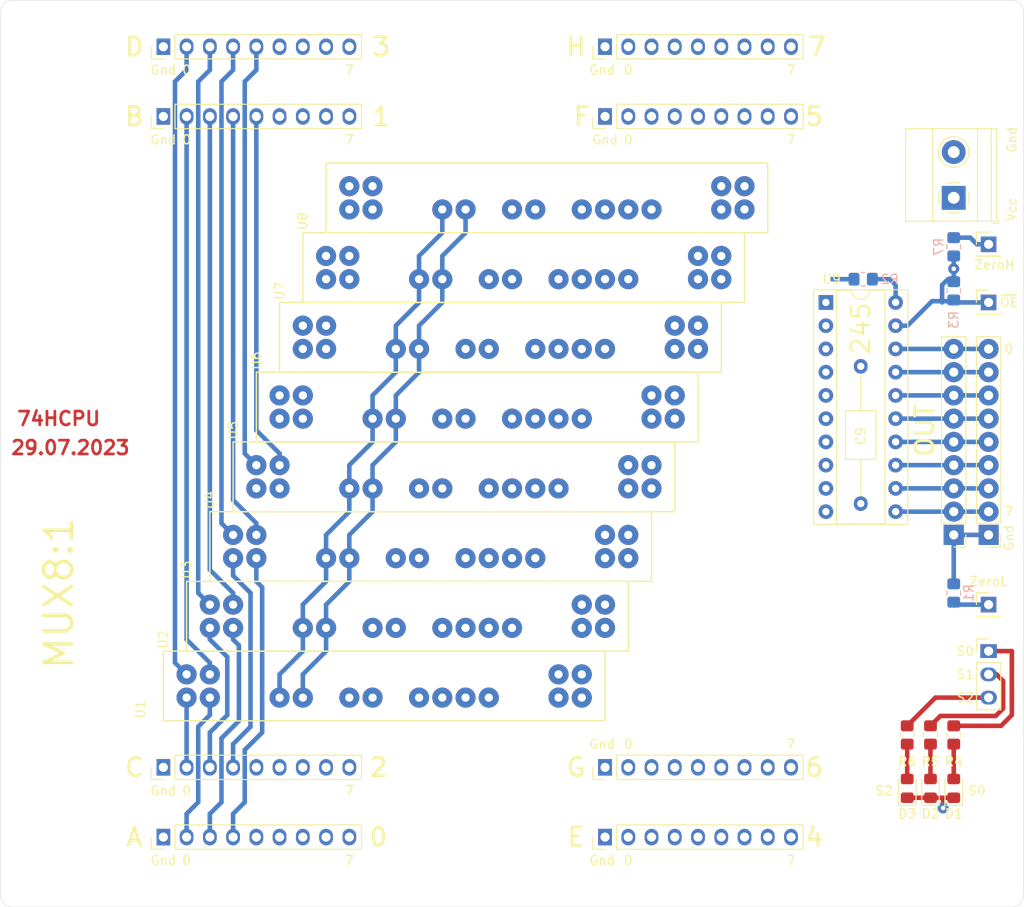
<source format=kicad_pcb>
(kicad_pcb (version 20171130) (host pcbnew "(5.1.8)-1")

  (general
    (thickness 1.6)
    (drawings 66)
    (tracks 163)
    (zones 0)
    (modules 39)
    (nets 101)
  )

  (page A4 portrait)
  (layers
    (0 F.Cu signal)
    (31 B.Cu signal)
    (32 B.Adhes user)
    (33 F.Adhes user)
    (34 B.Paste user)
    (35 F.Paste user)
    (36 B.SilkS user)
    (37 F.SilkS user)
    (38 B.Mask user)
    (39 F.Mask user)
    (40 Dwgs.User user)
    (41 Cmts.User user)
    (42 Eco1.User user)
    (43 Eco2.User user)
    (44 Edge.Cuts user)
    (45 Margin user)
    (46 B.CrtYd user)
    (47 F.CrtYd user)
    (48 B.Fab user)
    (49 F.Fab user)
  )

  (setup
    (last_trace_width 0.5)
    (user_trace_width 0.5)
    (user_trace_width 0.6)
    (user_trace_width 0.8)
    (user_trace_width 1.6)
    (trace_clearance 0.2)
    (zone_clearance 1.016)
    (zone_45_only no)
    (trace_min 0.2)
    (via_size 1.2)
    (via_drill 0.5)
    (via_min_size 0.4)
    (via_min_drill 0.3)
    (user_via 1.5 0.5)
    (user_via 2 1)
    (uvia_size 0.3)
    (uvia_drill 0.1)
    (uvias_allowed no)
    (uvia_min_size 0.2)
    (uvia_min_drill 0.1)
    (edge_width 0.05)
    (segment_width 0.5)
    (pcb_text_width 0.3)
    (pcb_text_size 1.5 1.5)
    (mod_edge_width 0.12)
    (mod_text_size 1 1)
    (mod_text_width 0.15)
    (pad_size 1.8 1.5)
    (pad_drill 1)
    (pad_to_mask_clearance 0)
    (aux_axis_origin 0 0)
    (visible_elements 7FFFFFFF)
    (pcbplotparams
      (layerselection 0x010f0_ffffffff)
      (usegerberextensions false)
      (usegerberattributes true)
      (usegerberadvancedattributes true)
      (creategerberjobfile false)
      (excludeedgelayer true)
      (linewidth 0.100000)
      (plotframeref false)
      (viasonmask false)
      (mode 1)
      (useauxorigin false)
      (hpglpennumber 1)
      (hpglpenspeed 20)
      (hpglpendiameter 15.000000)
      (psnegative false)
      (psa4output false)
      (plotreference true)
      (plotvalue true)
      (plotinvisibletext false)
      (padsonsilk false)
      (subtractmaskfromsilk false)
      (outputformat 1)
      (mirror false)
      (drillshape 0)
      (scaleselection 1)
      (outputdirectory "gerber/"))
  )

  (net 0 "")
  (net 1 GND)
  (net 2 VCC)
  (net 3 /A7)
  (net 4 /A6)
  (net 5 /A5)
  (net 6 /A4)
  (net 7 /A3)
  (net 8 /A2)
  (net 9 /A1)
  (net 10 /A0)
  (net 11 /E7)
  (net 12 /E6)
  (net 13 /E5)
  (net 14 /E4)
  (net 15 /E3)
  (net 16 /E2)
  (net 17 /E1)
  (net 18 /E0)
  (net 19 /B7)
  (net 20 /B6)
  (net 21 /B5)
  (net 22 /B4)
  (net 23 /B3)
  (net 24 /B2)
  (net 25 /B1)
  (net 26 /B0)
  (net 27 /F7)
  (net 28 /F6)
  (net 29 /F5)
  (net 30 /F4)
  (net 31 /F3)
  (net 32 /F2)
  (net 33 /F1)
  (net 34 /F0)
  (net 35 /C7)
  (net 36 /C6)
  (net 37 /C5)
  (net 38 /C4)
  (net 39 /C3)
  (net 40 /C2)
  (net 41 /C1)
  (net 42 /C0)
  (net 43 /G7)
  (net 44 /G6)
  (net 45 /G5)
  (net 46 /G4)
  (net 47 /G3)
  (net 48 /G2)
  (net 49 /G1)
  (net 50 /G0)
  (net 51 /D7)
  (net 52 /D6)
  (net 53 /D5)
  (net 54 /D4)
  (net 55 /D3)
  (net 56 /D2)
  (net 57 /D1)
  (net 58 /D0)
  (net 59 /H7)
  (net 60 /H6)
  (net 61 /H5)
  (net 62 /H4)
  (net 63 /H3)
  (net 64 /H2)
  (net 65 /H1)
  (net 66 /H0)
  (net 67 /S2)
  (net 68 /S1)
  (net 69 /S0)
  (net 70 /O7)
  (net 71 /O6)
  (net 72 /O5)
  (net 73 /O4)
  (net 74 /O3)
  (net 75 /O2)
  (net 76 /O1)
  (net 77 /O0)
  (net 78 "Net-(U1-Pad6)")
  (net 79 "Net-(U2-Pad6)")
  (net 80 "Net-(U3-Pad6)")
  (net 81 "Net-(U4-Pad6)")
  (net 82 "Net-(U5-Pad6)")
  (net 83 "Net-(U6-Pad6)")
  (net 84 "Net-(U7-Pad6)")
  (net 85 "Net-(U8-Pad6)")
  (net 86 /BUS7)
  (net 87 /BUS6)
  (net 88 /BUS5)
  (net 89 /BUS4)
  (net 90 /BUS3)
  (net 91 /BUS2)
  (net 92 /BUS1)
  (net 93 /BUS0)
  (net 94 /~OE)
  (net 95 "Net-(R2-Pad1)")
  (net 96 "Net-(D1-Pad2)")
  (net 97 "Net-(D2-Pad2)")
  (net 98 "Net-(D3-Pad2)")
  (net 99 /~EL)
  (net 100 /~EH)

  (net_class Default "This is the default net class."
    (clearance 0.2)
    (trace_width 0.5)
    (via_dia 1.2)
    (via_drill 0.5)
    (uvia_dia 0.3)
    (uvia_drill 0.1)
    (add_net /A0)
    (add_net /A1)
    (add_net /A2)
    (add_net /A3)
    (add_net /A4)
    (add_net /A5)
    (add_net /A6)
    (add_net /A7)
    (add_net /B0)
    (add_net /B1)
    (add_net /B2)
    (add_net /B3)
    (add_net /B4)
    (add_net /B5)
    (add_net /B6)
    (add_net /B7)
    (add_net /BUS0)
    (add_net /BUS1)
    (add_net /BUS2)
    (add_net /BUS3)
    (add_net /BUS4)
    (add_net /BUS5)
    (add_net /BUS6)
    (add_net /BUS7)
    (add_net /C0)
    (add_net /C1)
    (add_net /C2)
    (add_net /C3)
    (add_net /C4)
    (add_net /C5)
    (add_net /C6)
    (add_net /C7)
    (add_net /D0)
    (add_net /D1)
    (add_net /D2)
    (add_net /D3)
    (add_net /D4)
    (add_net /D5)
    (add_net /D6)
    (add_net /D7)
    (add_net /E0)
    (add_net /E1)
    (add_net /E2)
    (add_net /E3)
    (add_net /E4)
    (add_net /E5)
    (add_net /E6)
    (add_net /E7)
    (add_net /F0)
    (add_net /F1)
    (add_net /F2)
    (add_net /F3)
    (add_net /F4)
    (add_net /F5)
    (add_net /F6)
    (add_net /F7)
    (add_net /G0)
    (add_net /G1)
    (add_net /G2)
    (add_net /G3)
    (add_net /G4)
    (add_net /G5)
    (add_net /G6)
    (add_net /G7)
    (add_net /H0)
    (add_net /H1)
    (add_net /H2)
    (add_net /H3)
    (add_net /H4)
    (add_net /H5)
    (add_net /H6)
    (add_net /H7)
    (add_net /O0)
    (add_net /O1)
    (add_net /O2)
    (add_net /O3)
    (add_net /O4)
    (add_net /O5)
    (add_net /O6)
    (add_net /O7)
    (add_net /S0)
    (add_net /S1)
    (add_net /S2)
    (add_net /~EH)
    (add_net /~EL)
    (add_net /~OE)
    (add_net GND)
    (add_net "Net-(D1-Pad2)")
    (add_net "Net-(D2-Pad2)")
    (add_net "Net-(D3-Pad2)")
    (add_net "Net-(R2-Pad1)")
    (add_net "Net-(U1-Pad6)")
    (add_net "Net-(U2-Pad6)")
    (add_net "Net-(U3-Pad6)")
    (add_net "Net-(U4-Pad6)")
    (add_net "Net-(U5-Pad6)")
    (add_net "Net-(U6-Pad6)")
    (add_net "Net-(U7-Pad6)")
    (add_net "Net-(U8-Pad6)")
    (add_net VCC)
  )

  (module CommonLibrary:MUX8-1 (layer F.Cu) (tedit 64D2ACB4) (tstamp 637A1D31)
    (at 68.58 60.96 90)
    (path /6274DBF6)
    (fp_text reference U8 (at -1.27 -5.08 90) (layer F.SilkS)
      (effects (font (size 1 1) (thickness 0.15)))
    )
    (fp_text value 74LS151 (at -2.54 22.86) (layer F.Fab)
      (effects (font (size 1 1) (thickness 0.15)))
    )
    (fp_line (start -2.54 45.72) (end -2.54 -2.54) (layer F.SilkS) (width 0.15))
    (fp_line (start 5.08 45.72) (end -2.54 45.72) (layer F.SilkS) (width 0.15))
    (fp_line (start 5.08 -2.54) (end 5.08 45.72) (layer F.SilkS) (width 0.15))
    (fp_line (start -2.54 -2.54) (end 5.08 -2.54) (layer F.SilkS) (width 0.15))
    (pad 14 thru_hole circle (at 2.54 43.18 90) (size 2.2 2.2) (drill 0.9) (layers *.Cu *.Mask)
      (net 27 /F7))
    (pad 15 thru_hole circle (at 0 43.18 90) (size 2.2 2.2) (drill 0.9) (layers *.Cu *.Mask)
      (net 11 /E7))
    (pad 12 thru_hole circle (at 2.54 40.64 90) (size 2.2 2.2) (drill 0.9) (layers *.Cu *.Mask)
      (net 59 /H7))
    (pad 13 thru_hole circle (at 0 40.64 90) (size 2.2 2.2) (drill 0.9) (layers *.Cu *.Mask)
      (net 43 /G7))
    (pad 9 thru_hole circle (at 0 33.02 90) (size 2.2 2.2) (drill 0.9) (layers *.Cu *.Mask)
      (net 67 /S2))
    (pad 10 thru_hole circle (at 0 30.48 90) (size 2.2 2.2) (drill 0.9) (layers *.Cu *.Mask)
      (net 68 /S1))
    (pad 11 thru_hole circle (at 0 27.94 90) (size 2.2 2.2) (drill 0.9) (layers *.Cu *.Mask)
      (net 69 /S0))
    (pad 7 thru_hole circle (at 0 25.4 90) (size 2.2 2.2) (drill 0.9) (layers *.Cu *.Mask)
      (net 100 /~EH))
    (pad 6 thru_hole circle (at 0 20.32 90) (size 2.2 2.2) (drill 0.9) (layers *.Cu *.Mask)
      (net 85 "Net-(U8-Pad6)"))
    (pad 5 thru_hole circle (at 0 17.78 90) (size 2.2 2.2) (drill 0.9) (layers *.Cu *.Mask)
      (net 70 /O7))
    (pad 8 thru_hole circle (at 0 12.7 90) (size 2.2 2.2) (drill 0.9) (layers *.Cu *.Mask)
      (net 1 GND))
    (pad 16 thru_hole circle (at 0 10.16 90) (size 2.2 2.2) (drill 0.9) (layers *.Cu *.Mask)
      (net 2 VCC))
    (pad 3 thru_hole circle (at 2.54 2.54 90) (size 2.2 2.2) (drill 0.9) (layers *.Cu *.Mask)
      (net 19 /B7))
    (pad 4 thru_hole circle (at 0 2.54 90) (size 2.2 2.2) (drill 0.9) (layers *.Cu *.Mask)
      (net 3 /A7))
    (pad 1 thru_hole circle (at 2.54 0 90) (size 2.2 2.2) (drill 0.9) (layers *.Cu *.Mask)
      (net 51 /D7))
    (pad 2 thru_hole circle (at 0 0 90) (size 2.2 2.2) (drill 0.9) (layers *.Cu *.Mask)
      (net 35 /C7))
  )

  (module CommonLibrary:MUX8-1 (layer F.Cu) (tedit 64D2ACB4) (tstamp 637A1D05)
    (at 66.04 68.58 90)
    (path /6274DBF0)
    (fp_text reference U7 (at -1.27 -5.08 90) (layer F.SilkS)
      (effects (font (size 1 1) (thickness 0.15)))
    )
    (fp_text value 74LS151 (at -2.54 22.86) (layer F.Fab)
      (effects (font (size 1 1) (thickness 0.15)))
    )
    (fp_line (start -2.54 45.72) (end -2.54 -2.54) (layer F.SilkS) (width 0.15))
    (fp_line (start 5.08 45.72) (end -2.54 45.72) (layer F.SilkS) (width 0.15))
    (fp_line (start 5.08 -2.54) (end 5.08 45.72) (layer F.SilkS) (width 0.15))
    (fp_line (start -2.54 -2.54) (end 5.08 -2.54) (layer F.SilkS) (width 0.15))
    (pad 14 thru_hole circle (at 2.54 43.18 90) (size 2.2 2.2) (drill 0.9) (layers *.Cu *.Mask)
      (net 28 /F6))
    (pad 15 thru_hole circle (at 0 43.18 90) (size 2.2 2.2) (drill 0.9) (layers *.Cu *.Mask)
      (net 12 /E6))
    (pad 12 thru_hole circle (at 2.54 40.64 90) (size 2.2 2.2) (drill 0.9) (layers *.Cu *.Mask)
      (net 60 /H6))
    (pad 13 thru_hole circle (at 0 40.64 90) (size 2.2 2.2) (drill 0.9) (layers *.Cu *.Mask)
      (net 44 /G6))
    (pad 9 thru_hole circle (at 0 33.02 90) (size 2.2 2.2) (drill 0.9) (layers *.Cu *.Mask)
      (net 67 /S2))
    (pad 10 thru_hole circle (at 0 30.48 90) (size 2.2 2.2) (drill 0.9) (layers *.Cu *.Mask)
      (net 68 /S1))
    (pad 11 thru_hole circle (at 0 27.94 90) (size 2.2 2.2) (drill 0.9) (layers *.Cu *.Mask)
      (net 69 /S0))
    (pad 7 thru_hole circle (at 0 25.4 90) (size 2.2 2.2) (drill 0.9) (layers *.Cu *.Mask)
      (net 100 /~EH))
    (pad 6 thru_hole circle (at 0 20.32 90) (size 2.2 2.2) (drill 0.9) (layers *.Cu *.Mask)
      (net 84 "Net-(U7-Pad6)"))
    (pad 5 thru_hole circle (at 0 17.78 90) (size 2.2 2.2) (drill 0.9) (layers *.Cu *.Mask)
      (net 71 /O6))
    (pad 8 thru_hole circle (at 0 12.7 90) (size 2.2 2.2) (drill 0.9) (layers *.Cu *.Mask)
      (net 1 GND))
    (pad 16 thru_hole circle (at 0 10.16 90) (size 2.2 2.2) (drill 0.9) (layers *.Cu *.Mask)
      (net 2 VCC))
    (pad 3 thru_hole circle (at 2.54 2.54 90) (size 2.2 2.2) (drill 0.9) (layers *.Cu *.Mask)
      (net 20 /B6))
    (pad 4 thru_hole circle (at 0 2.54 90) (size 2.2 2.2) (drill 0.9) (layers *.Cu *.Mask)
      (net 4 /A6))
    (pad 1 thru_hole circle (at 2.54 0 90) (size 2.2 2.2) (drill 0.9) (layers *.Cu *.Mask)
      (net 52 /D6))
    (pad 2 thru_hole circle (at 0 0 90) (size 2.2 2.2) (drill 0.9) (layers *.Cu *.Mask)
      (net 36 /C6))
  )

  (module CommonLibrary:MUX8-1 (layer F.Cu) (tedit 64D2ACB4) (tstamp 637A1CD9)
    (at 63.5 76.2 90)
    (path /6274DBEA)
    (fp_text reference U6 (at -1.27 -5.08 90) (layer F.SilkS)
      (effects (font (size 1 1) (thickness 0.15)))
    )
    (fp_text value 74LS151 (at -2.54 22.86) (layer F.Fab)
      (effects (font (size 1 1) (thickness 0.15)))
    )
    (fp_line (start -2.54 45.72) (end -2.54 -2.54) (layer F.SilkS) (width 0.15))
    (fp_line (start 5.08 45.72) (end -2.54 45.72) (layer F.SilkS) (width 0.15))
    (fp_line (start 5.08 -2.54) (end 5.08 45.72) (layer F.SilkS) (width 0.15))
    (fp_line (start -2.54 -2.54) (end 5.08 -2.54) (layer F.SilkS) (width 0.15))
    (pad 14 thru_hole circle (at 2.54 43.18 90) (size 2.2 2.2) (drill 0.9) (layers *.Cu *.Mask)
      (net 29 /F5))
    (pad 15 thru_hole circle (at 0 43.18 90) (size 2.2 2.2) (drill 0.9) (layers *.Cu *.Mask)
      (net 13 /E5))
    (pad 12 thru_hole circle (at 2.54 40.64 90) (size 2.2 2.2) (drill 0.9) (layers *.Cu *.Mask)
      (net 61 /H5))
    (pad 13 thru_hole circle (at 0 40.64 90) (size 2.2 2.2) (drill 0.9) (layers *.Cu *.Mask)
      (net 45 /G5))
    (pad 9 thru_hole circle (at 0 33.02 90) (size 2.2 2.2) (drill 0.9) (layers *.Cu *.Mask)
      (net 67 /S2))
    (pad 10 thru_hole circle (at 0 30.48 90) (size 2.2 2.2) (drill 0.9) (layers *.Cu *.Mask)
      (net 68 /S1))
    (pad 11 thru_hole circle (at 0 27.94 90) (size 2.2 2.2) (drill 0.9) (layers *.Cu *.Mask)
      (net 69 /S0))
    (pad 7 thru_hole circle (at 0 25.4 90) (size 2.2 2.2) (drill 0.9) (layers *.Cu *.Mask)
      (net 100 /~EH))
    (pad 6 thru_hole circle (at 0 20.32 90) (size 2.2 2.2) (drill 0.9) (layers *.Cu *.Mask)
      (net 83 "Net-(U6-Pad6)"))
    (pad 5 thru_hole circle (at 0 17.78 90) (size 2.2 2.2) (drill 0.9) (layers *.Cu *.Mask)
      (net 72 /O5))
    (pad 8 thru_hole circle (at 0 12.7 90) (size 2.2 2.2) (drill 0.9) (layers *.Cu *.Mask)
      (net 1 GND))
    (pad 16 thru_hole circle (at 0 10.16 90) (size 2.2 2.2) (drill 0.9) (layers *.Cu *.Mask)
      (net 2 VCC))
    (pad 3 thru_hole circle (at 2.54 2.54 90) (size 2.2 2.2) (drill 0.9) (layers *.Cu *.Mask)
      (net 21 /B5))
    (pad 4 thru_hole circle (at 0 2.54 90) (size 2.2 2.2) (drill 0.9) (layers *.Cu *.Mask)
      (net 5 /A5))
    (pad 1 thru_hole circle (at 2.54 0 90) (size 2.2 2.2) (drill 0.9) (layers *.Cu *.Mask)
      (net 53 /D5))
    (pad 2 thru_hole circle (at 0 0 90) (size 2.2 2.2) (drill 0.9) (layers *.Cu *.Mask)
      (net 37 /C5))
  )

  (module CommonLibrary:MUX8-1 (layer F.Cu) (tedit 64D2ACB4) (tstamp 637A1CAD)
    (at 60.96 83.82 90)
    (path /6274DBE4)
    (fp_text reference U5 (at -1.27 -5.08 90) (layer F.SilkS)
      (effects (font (size 1 1) (thickness 0.15)))
    )
    (fp_text value 74LS151 (at -2.54 22.86) (layer F.Fab)
      (effects (font (size 1 1) (thickness 0.15)))
    )
    (fp_line (start -2.54 45.72) (end -2.54 -2.54) (layer F.SilkS) (width 0.15))
    (fp_line (start 5.08 45.72) (end -2.54 45.72) (layer F.SilkS) (width 0.15))
    (fp_line (start 5.08 -2.54) (end 5.08 45.72) (layer F.SilkS) (width 0.15))
    (fp_line (start -2.54 -2.54) (end 5.08 -2.54) (layer F.SilkS) (width 0.15))
    (pad 14 thru_hole circle (at 2.54 43.18 90) (size 2.2 2.2) (drill 0.9) (layers *.Cu *.Mask)
      (net 30 /F4))
    (pad 15 thru_hole circle (at 0 43.18 90) (size 2.2 2.2) (drill 0.9) (layers *.Cu *.Mask)
      (net 14 /E4))
    (pad 12 thru_hole circle (at 2.54 40.64 90) (size 2.2 2.2) (drill 0.9) (layers *.Cu *.Mask)
      (net 62 /H4))
    (pad 13 thru_hole circle (at 0 40.64 90) (size 2.2 2.2) (drill 0.9) (layers *.Cu *.Mask)
      (net 46 /G4))
    (pad 9 thru_hole circle (at 0 33.02 90) (size 2.2 2.2) (drill 0.9) (layers *.Cu *.Mask)
      (net 67 /S2))
    (pad 10 thru_hole circle (at 0 30.48 90) (size 2.2 2.2) (drill 0.9) (layers *.Cu *.Mask)
      (net 68 /S1))
    (pad 11 thru_hole circle (at 0 27.94 90) (size 2.2 2.2) (drill 0.9) (layers *.Cu *.Mask)
      (net 69 /S0))
    (pad 7 thru_hole circle (at 0 25.4 90) (size 2.2 2.2) (drill 0.9) (layers *.Cu *.Mask)
      (net 100 /~EH))
    (pad 6 thru_hole circle (at 0 20.32 90) (size 2.2 2.2) (drill 0.9) (layers *.Cu *.Mask)
      (net 82 "Net-(U5-Pad6)"))
    (pad 5 thru_hole circle (at 0 17.78 90) (size 2.2 2.2) (drill 0.9) (layers *.Cu *.Mask)
      (net 73 /O4))
    (pad 8 thru_hole circle (at 0 12.7 90) (size 2.2 2.2) (drill 0.9) (layers *.Cu *.Mask)
      (net 1 GND))
    (pad 16 thru_hole circle (at 0 10.16 90) (size 2.2 2.2) (drill 0.9) (layers *.Cu *.Mask)
      (net 2 VCC))
    (pad 3 thru_hole circle (at 2.54 2.54 90) (size 2.2 2.2) (drill 0.9) (layers *.Cu *.Mask)
      (net 22 /B4))
    (pad 4 thru_hole circle (at 0 2.54 90) (size 2.2 2.2) (drill 0.9) (layers *.Cu *.Mask)
      (net 6 /A4))
    (pad 1 thru_hole circle (at 2.54 0 90) (size 2.2 2.2) (drill 0.9) (layers *.Cu *.Mask)
      (net 54 /D4))
    (pad 2 thru_hole circle (at 0 0 90) (size 2.2 2.2) (drill 0.9) (layers *.Cu *.Mask)
      (net 38 /C4))
  )

  (module CommonLibrary:MUX8-1 (layer F.Cu) (tedit 64D2ACB4) (tstamp 637A1C81)
    (at 58.42 91.44 90)
    (path /62747605)
    (fp_text reference U4 (at -1.27 -5.08 90) (layer F.SilkS)
      (effects (font (size 1 1) (thickness 0.15)))
    )
    (fp_text value 74LS151 (at -2.54 22.86) (layer F.Fab)
      (effects (font (size 1 1) (thickness 0.15)))
    )
    (fp_line (start -2.54 45.72) (end -2.54 -2.54) (layer F.SilkS) (width 0.15))
    (fp_line (start 5.08 45.72) (end -2.54 45.72) (layer F.SilkS) (width 0.15))
    (fp_line (start 5.08 -2.54) (end 5.08 45.72) (layer F.SilkS) (width 0.15))
    (fp_line (start -2.54 -2.54) (end 5.08 -2.54) (layer F.SilkS) (width 0.15))
    (pad 14 thru_hole circle (at 2.54 43.18 90) (size 2.2 2.2) (drill 0.9) (layers *.Cu *.Mask)
      (net 31 /F3))
    (pad 15 thru_hole circle (at 0 43.18 90) (size 2.2 2.2) (drill 0.9) (layers *.Cu *.Mask)
      (net 15 /E3))
    (pad 12 thru_hole circle (at 2.54 40.64 90) (size 2.2 2.2) (drill 0.9) (layers *.Cu *.Mask)
      (net 63 /H3))
    (pad 13 thru_hole circle (at 0 40.64 90) (size 2.2 2.2) (drill 0.9) (layers *.Cu *.Mask)
      (net 47 /G3))
    (pad 9 thru_hole circle (at 0 33.02 90) (size 2.2 2.2) (drill 0.9) (layers *.Cu *.Mask)
      (net 67 /S2))
    (pad 10 thru_hole circle (at 0 30.48 90) (size 2.2 2.2) (drill 0.9) (layers *.Cu *.Mask)
      (net 68 /S1))
    (pad 11 thru_hole circle (at 0 27.94 90) (size 2.2 2.2) (drill 0.9) (layers *.Cu *.Mask)
      (net 69 /S0))
    (pad 7 thru_hole circle (at 0 25.4 90) (size 2.2 2.2) (drill 0.9) (layers *.Cu *.Mask)
      (net 99 /~EL))
    (pad 6 thru_hole circle (at 0 20.32 90) (size 2.2 2.2) (drill 0.9) (layers *.Cu *.Mask)
      (net 81 "Net-(U4-Pad6)"))
    (pad 5 thru_hole circle (at 0 17.78 90) (size 2.2 2.2) (drill 0.9) (layers *.Cu *.Mask)
      (net 74 /O3))
    (pad 8 thru_hole circle (at 0 12.7 90) (size 2.2 2.2) (drill 0.9) (layers *.Cu *.Mask)
      (net 1 GND))
    (pad 16 thru_hole circle (at 0 10.16 90) (size 2.2 2.2) (drill 0.9) (layers *.Cu *.Mask)
      (net 2 VCC))
    (pad 3 thru_hole circle (at 2.54 2.54 90) (size 2.2 2.2) (drill 0.9) (layers *.Cu *.Mask)
      (net 23 /B3))
    (pad 4 thru_hole circle (at 0 2.54 90) (size 2.2 2.2) (drill 0.9) (layers *.Cu *.Mask)
      (net 7 /A3))
    (pad 1 thru_hole circle (at 2.54 0 90) (size 2.2 2.2) (drill 0.9) (layers *.Cu *.Mask)
      (net 55 /D3))
    (pad 2 thru_hole circle (at 0 0 90) (size 2.2 2.2) (drill 0.9) (layers *.Cu *.Mask)
      (net 39 /C3))
  )

  (module CommonLibrary:MUX8-1 (layer F.Cu) (tedit 64D2ACB4) (tstamp 637A1C55)
    (at 55.88 99.06 90)
    (path /62746C40)
    (fp_text reference U3 (at -1.27 -5.08 90) (layer F.SilkS)
      (effects (font (size 1 1) (thickness 0.15)))
    )
    (fp_text value 74LS151 (at -2.54 22.86) (layer F.Fab)
      (effects (font (size 1 1) (thickness 0.15)))
    )
    (fp_line (start -2.54 45.72) (end -2.54 -2.54) (layer F.SilkS) (width 0.15))
    (fp_line (start 5.08 45.72) (end -2.54 45.72) (layer F.SilkS) (width 0.15))
    (fp_line (start 5.08 -2.54) (end 5.08 45.72) (layer F.SilkS) (width 0.15))
    (fp_line (start -2.54 -2.54) (end 5.08 -2.54) (layer F.SilkS) (width 0.15))
    (pad 14 thru_hole circle (at 2.54 43.18 90) (size 2.2 2.2) (drill 0.9) (layers *.Cu *.Mask)
      (net 32 /F2))
    (pad 15 thru_hole circle (at 0 43.18 90) (size 2.2 2.2) (drill 0.9) (layers *.Cu *.Mask)
      (net 16 /E2))
    (pad 12 thru_hole circle (at 2.54 40.64 90) (size 2.2 2.2) (drill 0.9) (layers *.Cu *.Mask)
      (net 64 /H2))
    (pad 13 thru_hole circle (at 0 40.64 90) (size 2.2 2.2) (drill 0.9) (layers *.Cu *.Mask)
      (net 48 /G2))
    (pad 9 thru_hole circle (at 0 33.02 90) (size 2.2 2.2) (drill 0.9) (layers *.Cu *.Mask)
      (net 67 /S2))
    (pad 10 thru_hole circle (at 0 30.48 90) (size 2.2 2.2) (drill 0.9) (layers *.Cu *.Mask)
      (net 68 /S1))
    (pad 11 thru_hole circle (at 0 27.94 90) (size 2.2 2.2) (drill 0.9) (layers *.Cu *.Mask)
      (net 69 /S0))
    (pad 7 thru_hole circle (at 0 25.4 90) (size 2.2 2.2) (drill 0.9) (layers *.Cu *.Mask)
      (net 99 /~EL))
    (pad 6 thru_hole circle (at 0 20.32 90) (size 2.2 2.2) (drill 0.9) (layers *.Cu *.Mask)
      (net 80 "Net-(U3-Pad6)"))
    (pad 5 thru_hole circle (at 0 17.78 90) (size 2.2 2.2) (drill 0.9) (layers *.Cu *.Mask)
      (net 75 /O2))
    (pad 8 thru_hole circle (at 0 12.7 90) (size 2.2 2.2) (drill 0.9) (layers *.Cu *.Mask)
      (net 1 GND))
    (pad 16 thru_hole circle (at 0 10.16 90) (size 2.2 2.2) (drill 0.9) (layers *.Cu *.Mask)
      (net 2 VCC))
    (pad 3 thru_hole circle (at 2.54 2.54 90) (size 2.2 2.2) (drill 0.9) (layers *.Cu *.Mask)
      (net 24 /B2))
    (pad 4 thru_hole circle (at 0 2.54 90) (size 2.2 2.2) (drill 0.9) (layers *.Cu *.Mask)
      (net 8 /A2))
    (pad 1 thru_hole circle (at 2.54 0 90) (size 2.2 2.2) (drill 0.9) (layers *.Cu *.Mask)
      (net 56 /D2))
    (pad 2 thru_hole circle (at 0 0 90) (size 2.2 2.2) (drill 0.9) (layers *.Cu *.Mask)
      (net 40 /C2))
  )

  (module CommonLibrary:MUX8-1 (layer F.Cu) (tedit 64D2ACB4) (tstamp 637A1C29)
    (at 53.34 106.68 90)
    (path /627463B6)
    (fp_text reference U2 (at -1.27 -5.08 90) (layer F.SilkS)
      (effects (font (size 1 1) (thickness 0.15)))
    )
    (fp_text value 74LS151 (at -2.54 22.86) (layer F.Fab)
      (effects (font (size 1 1) (thickness 0.15)))
    )
    (fp_line (start -2.54 45.72) (end -2.54 -2.54) (layer F.SilkS) (width 0.15))
    (fp_line (start 5.08 45.72) (end -2.54 45.72) (layer F.SilkS) (width 0.15))
    (fp_line (start 5.08 -2.54) (end 5.08 45.72) (layer F.SilkS) (width 0.15))
    (fp_line (start -2.54 -2.54) (end 5.08 -2.54) (layer F.SilkS) (width 0.15))
    (pad 14 thru_hole circle (at 2.54 43.18 90) (size 2.2 2.2) (drill 0.9) (layers *.Cu *.Mask)
      (net 33 /F1))
    (pad 15 thru_hole circle (at 0 43.18 90) (size 2.2 2.2) (drill 0.9) (layers *.Cu *.Mask)
      (net 17 /E1))
    (pad 12 thru_hole circle (at 2.54 40.64 90) (size 2.2 2.2) (drill 0.9) (layers *.Cu *.Mask)
      (net 65 /H1))
    (pad 13 thru_hole circle (at 0 40.64 90) (size 2.2 2.2) (drill 0.9) (layers *.Cu *.Mask)
      (net 49 /G1))
    (pad 9 thru_hole circle (at 0 33.02 90) (size 2.2 2.2) (drill 0.9) (layers *.Cu *.Mask)
      (net 67 /S2))
    (pad 10 thru_hole circle (at 0 30.48 90) (size 2.2 2.2) (drill 0.9) (layers *.Cu *.Mask)
      (net 68 /S1))
    (pad 11 thru_hole circle (at 0 27.94 90) (size 2.2 2.2) (drill 0.9) (layers *.Cu *.Mask)
      (net 69 /S0))
    (pad 7 thru_hole circle (at 0 25.4 90) (size 2.2 2.2) (drill 0.9) (layers *.Cu *.Mask)
      (net 99 /~EL))
    (pad 6 thru_hole circle (at 0 20.32 90) (size 2.2 2.2) (drill 0.9) (layers *.Cu *.Mask)
      (net 79 "Net-(U2-Pad6)"))
    (pad 5 thru_hole circle (at 0 17.78 90) (size 2.2 2.2) (drill 0.9) (layers *.Cu *.Mask)
      (net 76 /O1))
    (pad 8 thru_hole circle (at 0 12.7 90) (size 2.2 2.2) (drill 0.9) (layers *.Cu *.Mask)
      (net 1 GND))
    (pad 16 thru_hole circle (at 0 10.16 90) (size 2.2 2.2) (drill 0.9) (layers *.Cu *.Mask)
      (net 2 VCC))
    (pad 3 thru_hole circle (at 2.54 2.54 90) (size 2.2 2.2) (drill 0.9) (layers *.Cu *.Mask)
      (net 25 /B1))
    (pad 4 thru_hole circle (at 0 2.54 90) (size 2.2 2.2) (drill 0.9) (layers *.Cu *.Mask)
      (net 9 /A1))
    (pad 1 thru_hole circle (at 2.54 0 90) (size 2.2 2.2) (drill 0.9) (layers *.Cu *.Mask)
      (net 57 /D1))
    (pad 2 thru_hole circle (at 0 0 90) (size 2.2 2.2) (drill 0.9) (layers *.Cu *.Mask)
      (net 41 /C1))
  )

  (module CommonLibrary:MUX8-1 (layer F.Cu) (tedit 64D2ACB4) (tstamp 637A1BFD)
    (at 50.8 114.3 90)
    (path /6274576F)
    (fp_text reference U1 (at -1.27 -5.08 90) (layer F.SilkS)
      (effects (font (size 1 1) (thickness 0.15)))
    )
    (fp_text value 74LS151 (at -2.54 22.86) (layer F.Fab)
      (effects (font (size 1 1) (thickness 0.15)))
    )
    (fp_line (start -2.54 45.72) (end -2.54 -2.54) (layer F.SilkS) (width 0.15))
    (fp_line (start 5.08 45.72) (end -2.54 45.72) (layer F.SilkS) (width 0.15))
    (fp_line (start 5.08 -2.54) (end 5.08 45.72) (layer F.SilkS) (width 0.15))
    (fp_line (start -2.54 -2.54) (end 5.08 -2.54) (layer F.SilkS) (width 0.15))
    (pad 14 thru_hole circle (at 2.54 43.18 90) (size 2.2 2.2) (drill 0.9) (layers *.Cu *.Mask)
      (net 34 /F0))
    (pad 15 thru_hole circle (at 0 43.18 90) (size 2.2 2.2) (drill 0.9) (layers *.Cu *.Mask)
      (net 18 /E0))
    (pad 12 thru_hole circle (at 2.54 40.64 90) (size 2.2 2.2) (drill 0.9) (layers *.Cu *.Mask)
      (net 66 /H0))
    (pad 13 thru_hole circle (at 0 40.64 90) (size 2.2 2.2) (drill 0.9) (layers *.Cu *.Mask)
      (net 50 /G0))
    (pad 9 thru_hole circle (at 0 33.02 90) (size 2.2 2.2) (drill 0.9) (layers *.Cu *.Mask)
      (net 67 /S2))
    (pad 10 thru_hole circle (at 0 30.48 90) (size 2.2 2.2) (drill 0.9) (layers *.Cu *.Mask)
      (net 68 /S1))
    (pad 11 thru_hole circle (at 0 27.94 90) (size 2.2 2.2) (drill 0.9) (layers *.Cu *.Mask)
      (net 69 /S0))
    (pad 7 thru_hole circle (at 0 25.4 90) (size 2.2 2.2) (drill 0.9) (layers *.Cu *.Mask)
      (net 99 /~EL))
    (pad 6 thru_hole circle (at 0 20.32 90) (size 2.2 2.2) (drill 0.9) (layers *.Cu *.Mask)
      (net 78 "Net-(U1-Pad6)"))
    (pad 5 thru_hole circle (at 0 17.78 90) (size 2.2 2.2) (drill 0.9) (layers *.Cu *.Mask)
      (net 77 /O0))
    (pad 8 thru_hole circle (at 0 12.7 90) (size 2.2 2.2) (drill 0.9) (layers *.Cu *.Mask)
      (net 1 GND))
    (pad 16 thru_hole circle (at 0 10.16 90) (size 2.2 2.2) (drill 0.9) (layers *.Cu *.Mask)
      (net 2 VCC))
    (pad 3 thru_hole circle (at 2.54 2.54 90) (size 2.2 2.2) (drill 0.9) (layers *.Cu *.Mask)
      (net 26 /B0))
    (pad 4 thru_hole circle (at 0 2.54 90) (size 2.2 2.2) (drill 0.9) (layers *.Cu *.Mask)
      (net 10 /A0))
    (pad 1 thru_hole circle (at 2.54 0 90) (size 2.2 2.2) (drill 0.9) (layers *.Cu *.Mask)
      (net 58 /D0))
    (pad 2 thru_hole circle (at 0 0 90) (size 2.2 2.2) (drill 0.9) (layers *.Cu *.Mask)
      (net 42 /C0))
  )

  (module Resistor_SMD:R_0805_2012Metric_Pad1.20x1.40mm_HandSolder (layer B.Cu) (tedit 5F68FEEE) (tstamp 64C4B3D0)
    (at 134.62 65.04 270)
    (descr "Resistor SMD 0805 (2012 Metric), square (rectangular) end terminal, IPC_7351 nominal with elongated pad for handsoldering. (Body size source: IPC-SM-782 page 72, https://www.pcb-3d.com/wordpress/wp-content/uploads/ipc-sm-782a_amendment_1_and_2.pdf), generated with kicad-footprint-generator")
    (tags "resistor handsolder")
    (path /64C4AD15)
    (attr smd)
    (fp_text reference R7 (at 0 1.65 90) (layer B.SilkS)
      (effects (font (size 1 1) (thickness 0.15)) (justify mirror))
    )
    (fp_text value 10k (at 0 -1.65 90) (layer B.Fab)
      (effects (font (size 1 1) (thickness 0.15)) (justify mirror))
    )
    (fp_line (start -1 -0.625) (end -1 0.625) (layer B.Fab) (width 0.1))
    (fp_line (start -1 0.625) (end 1 0.625) (layer B.Fab) (width 0.1))
    (fp_line (start 1 0.625) (end 1 -0.625) (layer B.Fab) (width 0.1))
    (fp_line (start 1 -0.625) (end -1 -0.625) (layer B.Fab) (width 0.1))
    (fp_line (start -0.227064 0.735) (end 0.227064 0.735) (layer B.SilkS) (width 0.12))
    (fp_line (start -0.227064 -0.735) (end 0.227064 -0.735) (layer B.SilkS) (width 0.12))
    (fp_line (start -1.85 -0.95) (end -1.85 0.95) (layer B.CrtYd) (width 0.05))
    (fp_line (start -1.85 0.95) (end 1.85 0.95) (layer B.CrtYd) (width 0.05))
    (fp_line (start 1.85 0.95) (end 1.85 -0.95) (layer B.CrtYd) (width 0.05))
    (fp_line (start 1.85 -0.95) (end -1.85 -0.95) (layer B.CrtYd) (width 0.05))
    (fp_text user %R (at 0 0 90) (layer B.Fab)
      (effects (font (size 0.5 0.5) (thickness 0.08)) (justify mirror))
    )
    (pad 2 smd roundrect (at 1 0 270) (size 1.2 1.4) (layers B.Cu B.Paste B.Mask) (roundrect_rratio 0.208333)
      (net 1 GND))
    (pad 1 smd roundrect (at -1 0 270) (size 1.2 1.4) (layers B.Cu B.Paste B.Mask) (roundrect_rratio 0.208333)
      (net 99 /~EL))
    (model ${KISYS3DMOD}/Resistor_SMD.3dshapes/R_0805_2012Metric.wrl
      (at (xyz 0 0 0))
      (scale (xyz 1 1 1))
      (rotate (xyz 0 0 0))
    )
  )

  (module Connector_PinHeader_2.54mm:PinHeader_1x01_P2.54mm_Vertical (layer F.Cu) (tedit 59FED5CC) (tstamp 64C4B1BF)
    (at 138.43 64.77)
    (descr "Through hole straight pin header, 1x01, 2.54mm pitch, single row")
    (tags "Through hole pin header THT 1x01 2.54mm single row")
    (path /64C4AD0D)
    (fp_text reference J13 (at 0 -2.33) (layer F.SilkS) hide
      (effects (font (size 1 1) (thickness 0.15)))
    )
    (fp_text value Conn_01x01_Male (at 2.54 1.27 90) (layer F.Fab)
      (effects (font (size 1 1) (thickness 0.15)))
    )
    (fp_line (start -0.635 -1.27) (end 1.27 -1.27) (layer F.Fab) (width 0.1))
    (fp_line (start 1.27 -1.27) (end 1.27 1.27) (layer F.Fab) (width 0.1))
    (fp_line (start 1.27 1.27) (end -1.27 1.27) (layer F.Fab) (width 0.1))
    (fp_line (start -1.27 1.27) (end -1.27 -0.635) (layer F.Fab) (width 0.1))
    (fp_line (start -1.27 -0.635) (end -0.635 -1.27) (layer F.Fab) (width 0.1))
    (fp_line (start -1.33 1.33) (end 1.33 1.33) (layer F.SilkS) (width 0.12))
    (fp_line (start -1.33 1.27) (end -1.33 1.33) (layer F.SilkS) (width 0.12))
    (fp_line (start 1.33 1.27) (end 1.33 1.33) (layer F.SilkS) (width 0.12))
    (fp_line (start -1.33 1.27) (end 1.33 1.27) (layer F.SilkS) (width 0.12))
    (fp_line (start -1.33 0) (end -1.33 -1.33) (layer F.SilkS) (width 0.12))
    (fp_line (start -1.33 -1.33) (end 0 -1.33) (layer F.SilkS) (width 0.12))
    (fp_line (start -1.8 -1.8) (end -1.8 1.8) (layer F.CrtYd) (width 0.05))
    (fp_line (start -1.8 1.8) (end 1.8 1.8) (layer F.CrtYd) (width 0.05))
    (fp_line (start 1.8 1.8) (end 1.8 -1.8) (layer F.CrtYd) (width 0.05))
    (fp_line (start 1.8 -1.8) (end -1.8 -1.8) (layer F.CrtYd) (width 0.05))
    (fp_text user %R (at 0 0 90) (layer F.Fab)
      (effects (font (size 1 1) (thickness 0.15)))
    )
    (pad 1 thru_hole rect (at 0 0) (size 1.7 1.7) (drill 1) (layers *.Cu *.Mask)
      (net 99 /~EL))
    (model ${KISYS3DMOD}/Connector_PinHeader_2.54mm.3dshapes/PinHeader_1x01_P2.54mm_Vertical.wrl
      (at (xyz 0 0 0))
      (scale (xyz 1 1 1))
      (rotate (xyz 0 0 0))
    )
  )

  (module Resistor_SMD:R_0805_2012Metric_Pad1.20x1.40mm_HandSolder (layer F.Cu) (tedit 5F68FEEE) (tstamp 63EC2808)
    (at 129.54 118.38 90)
    (descr "Resistor SMD 0805 (2012 Metric), square (rectangular) end terminal, IPC_7351 nominal with elongated pad for handsoldering. (Body size source: IPC-SM-782 page 72, https://www.pcb-3d.com/wordpress/wp-content/uploads/ipc-sm-782a_amendment_1_and_2.pdf), generated with kicad-footprint-generator")
    (tags "resistor handsolder")
    (path /6400D91C)
    (attr smd)
    (fp_text reference R6 (at -2.905 0 180) (layer F.SilkS)
      (effects (font (size 1 1) (thickness 0.15)))
    )
    (fp_text value 1k (at 0 1.65 90) (layer F.Fab)
      (effects (font (size 1 1) (thickness 0.15)))
    )
    (fp_line (start -1 0.625) (end -1 -0.625) (layer F.Fab) (width 0.1))
    (fp_line (start -1 -0.625) (end 1 -0.625) (layer F.Fab) (width 0.1))
    (fp_line (start 1 -0.625) (end 1 0.625) (layer F.Fab) (width 0.1))
    (fp_line (start 1 0.625) (end -1 0.625) (layer F.Fab) (width 0.1))
    (fp_line (start -0.227064 -0.735) (end 0.227064 -0.735) (layer F.SilkS) (width 0.12))
    (fp_line (start -0.227064 0.735) (end 0.227064 0.735) (layer F.SilkS) (width 0.12))
    (fp_line (start -1.85 0.95) (end -1.85 -0.95) (layer F.CrtYd) (width 0.05))
    (fp_line (start -1.85 -0.95) (end 1.85 -0.95) (layer F.CrtYd) (width 0.05))
    (fp_line (start 1.85 -0.95) (end 1.85 0.95) (layer F.CrtYd) (width 0.05))
    (fp_line (start 1.85 0.95) (end -1.85 0.95) (layer F.CrtYd) (width 0.05))
    (fp_text user %R (at 0 0 90) (layer F.Fab)
      (effects (font (size 0.5 0.5) (thickness 0.08)))
    )
    (pad 2 smd roundrect (at 1 0 90) (size 1.2 1.4) (layers F.Cu F.Paste F.Mask) (roundrect_rratio 0.2083325)
      (net 67 /S2))
    (pad 1 smd roundrect (at -1 0 90) (size 1.2 1.4) (layers F.Cu F.Paste F.Mask) (roundrect_rratio 0.2083325)
      (net 98 "Net-(D3-Pad2)"))
    (model ${KISYS3DMOD}/Resistor_SMD.3dshapes/R_0805_2012Metric.wrl
      (at (xyz 0 0 0))
      (scale (xyz 1 1 1))
      (rotate (xyz 0 0 0))
    )
  )

  (module Resistor_SMD:R_0805_2012Metric_Pad1.20x1.40mm_HandSolder (layer F.Cu) (tedit 5F68FEEE) (tstamp 63EC27F7)
    (at 132.08 118.38 90)
    (descr "Resistor SMD 0805 (2012 Metric), square (rectangular) end terminal, IPC_7351 nominal with elongated pad for handsoldering. (Body size source: IPC-SM-782 page 72, https://www.pcb-3d.com/wordpress/wp-content/uploads/ipc-sm-782a_amendment_1_and_2.pdf), generated with kicad-footprint-generator")
    (tags "resistor handsolder")
    (path /6400B33A)
    (attr smd)
    (fp_text reference R5 (at -2.905 0 180) (layer F.SilkS)
      (effects (font (size 1 1) (thickness 0.15)))
    )
    (fp_text value 1k (at 0 1.65 90) (layer F.Fab)
      (effects (font (size 1 1) (thickness 0.15)))
    )
    (fp_line (start -1 0.625) (end -1 -0.625) (layer F.Fab) (width 0.1))
    (fp_line (start -1 -0.625) (end 1 -0.625) (layer F.Fab) (width 0.1))
    (fp_line (start 1 -0.625) (end 1 0.625) (layer F.Fab) (width 0.1))
    (fp_line (start 1 0.625) (end -1 0.625) (layer F.Fab) (width 0.1))
    (fp_line (start -0.227064 -0.735) (end 0.227064 -0.735) (layer F.SilkS) (width 0.12))
    (fp_line (start -0.227064 0.735) (end 0.227064 0.735) (layer F.SilkS) (width 0.12))
    (fp_line (start -1.85 0.95) (end -1.85 -0.95) (layer F.CrtYd) (width 0.05))
    (fp_line (start -1.85 -0.95) (end 1.85 -0.95) (layer F.CrtYd) (width 0.05))
    (fp_line (start 1.85 -0.95) (end 1.85 0.95) (layer F.CrtYd) (width 0.05))
    (fp_line (start 1.85 0.95) (end -1.85 0.95) (layer F.CrtYd) (width 0.05))
    (fp_text user %R (at 0 0 90) (layer F.Fab)
      (effects (font (size 0.5 0.5) (thickness 0.08)))
    )
    (pad 2 smd roundrect (at 1 0 90) (size 1.2 1.4) (layers F.Cu F.Paste F.Mask) (roundrect_rratio 0.2083325)
      (net 68 /S1))
    (pad 1 smd roundrect (at -1 0 90) (size 1.2 1.4) (layers F.Cu F.Paste F.Mask) (roundrect_rratio 0.2083325)
      (net 97 "Net-(D2-Pad2)"))
    (model ${KISYS3DMOD}/Resistor_SMD.3dshapes/R_0805_2012Metric.wrl
      (at (xyz 0 0 0))
      (scale (xyz 1 1 1))
      (rotate (xyz 0 0 0))
    )
  )

  (module Resistor_SMD:R_0805_2012Metric_Pad1.20x1.40mm_HandSolder (layer F.Cu) (tedit 5F68FEEE) (tstamp 63EC27E6)
    (at 134.62 118.38 90)
    (descr "Resistor SMD 0805 (2012 Metric), square (rectangular) end terminal, IPC_7351 nominal with elongated pad for handsoldering. (Body size source: IPC-SM-782 page 72, https://www.pcb-3d.com/wordpress/wp-content/uploads/ipc-sm-782a_amendment_1_and_2.pdf), generated with kicad-footprint-generator")
    (tags "resistor handsolder")
    (path /64003B7B)
    (attr smd)
    (fp_text reference R4 (at -2.905 0 180) (layer F.SilkS)
      (effects (font (size 1 1) (thickness 0.15)))
    )
    (fp_text value 1k (at 0 1.65 90) (layer F.Fab)
      (effects (font (size 1 1) (thickness 0.15)))
    )
    (fp_line (start -1 0.625) (end -1 -0.625) (layer F.Fab) (width 0.1))
    (fp_line (start -1 -0.625) (end 1 -0.625) (layer F.Fab) (width 0.1))
    (fp_line (start 1 -0.625) (end 1 0.625) (layer F.Fab) (width 0.1))
    (fp_line (start 1 0.625) (end -1 0.625) (layer F.Fab) (width 0.1))
    (fp_line (start -0.227064 -0.735) (end 0.227064 -0.735) (layer F.SilkS) (width 0.12))
    (fp_line (start -0.227064 0.735) (end 0.227064 0.735) (layer F.SilkS) (width 0.12))
    (fp_line (start -1.85 0.95) (end -1.85 -0.95) (layer F.CrtYd) (width 0.05))
    (fp_line (start -1.85 -0.95) (end 1.85 -0.95) (layer F.CrtYd) (width 0.05))
    (fp_line (start 1.85 -0.95) (end 1.85 0.95) (layer F.CrtYd) (width 0.05))
    (fp_line (start 1.85 0.95) (end -1.85 0.95) (layer F.CrtYd) (width 0.05))
    (fp_text user %R (at 0 0 90) (layer F.Fab)
      (effects (font (size 0.5 0.5) (thickness 0.08)))
    )
    (pad 2 smd roundrect (at 1 0 90) (size 1.2 1.4) (layers F.Cu F.Paste F.Mask) (roundrect_rratio 0.2083325)
      (net 69 /S0))
    (pad 1 smd roundrect (at -1 0 90) (size 1.2 1.4) (layers F.Cu F.Paste F.Mask) (roundrect_rratio 0.2083325)
      (net 96 "Net-(D1-Pad2)"))
    (model ${KISYS3DMOD}/Resistor_SMD.3dshapes/R_0805_2012Metric.wrl
      (at (xyz 0 0 0))
      (scale (xyz 1 1 1))
      (rotate (xyz 0 0 0))
    )
  )

  (module LED_SMD:LED_0805_2012Metric_Pad1.15x1.40mm_HandSolder (layer F.Cu) (tedit 5F68FEF1) (tstamp 63EC235B)
    (at 129.54 124.215 90)
    (descr "LED SMD 0805 (2012 Metric), square (rectangular) end terminal, IPC_7351 nominal, (Body size source: https://docs.google.com/spreadsheets/d/1BsfQQcO9C6DZCsRaXUlFlo91Tg2WpOkGARC1WS5S8t0/edit?usp=sharing), generated with kicad-footprint-generator")
    (tags "LED handsolder")
    (path /6400D922)
    (attr smd)
    (fp_text reference D3 (at -2.785 0 180) (layer F.SilkS)
      (effects (font (size 1 1) (thickness 0.15)))
    )
    (fp_text value LED (at 0 1.65 90) (layer F.Fab)
      (effects (font (size 1 1) (thickness 0.15)))
    )
    (fp_line (start 1 -0.6) (end -0.7 -0.6) (layer F.Fab) (width 0.1))
    (fp_line (start -0.7 -0.6) (end -1 -0.3) (layer F.Fab) (width 0.1))
    (fp_line (start -1 -0.3) (end -1 0.6) (layer F.Fab) (width 0.1))
    (fp_line (start -1 0.6) (end 1 0.6) (layer F.Fab) (width 0.1))
    (fp_line (start 1 0.6) (end 1 -0.6) (layer F.Fab) (width 0.1))
    (fp_line (start 1 -0.96) (end -1.86 -0.96) (layer F.SilkS) (width 0.12))
    (fp_line (start -1.86 -0.96) (end -1.86 0.96) (layer F.SilkS) (width 0.12))
    (fp_line (start -1.86 0.96) (end 1 0.96) (layer F.SilkS) (width 0.12))
    (fp_line (start -1.85 0.95) (end -1.85 -0.95) (layer F.CrtYd) (width 0.05))
    (fp_line (start -1.85 -0.95) (end 1.85 -0.95) (layer F.CrtYd) (width 0.05))
    (fp_line (start 1.85 -0.95) (end 1.85 0.95) (layer F.CrtYd) (width 0.05))
    (fp_line (start 1.85 0.95) (end -1.85 0.95) (layer F.CrtYd) (width 0.05))
    (fp_text user %R (at 0 0 90) (layer F.Fab)
      (effects (font (size 0.5 0.5) (thickness 0.08)))
    )
    (pad 2 smd roundrect (at 1.025 0 90) (size 1.15 1.4) (layers F.Cu F.Paste F.Mask) (roundrect_rratio 0.2173904347826087)
      (net 98 "Net-(D3-Pad2)"))
    (pad 1 smd roundrect (at -1.025 0 90) (size 1.15 1.4) (layers F.Cu F.Paste F.Mask) (roundrect_rratio 0.2173904347826087)
      (net 1 GND))
    (model ${KISYS3DMOD}/LED_SMD.3dshapes/LED_0805_2012Metric.wrl
      (at (xyz 0 0 0))
      (scale (xyz 1 1 1))
      (rotate (xyz 0 0 0))
    )
  )

  (module LED_SMD:LED_0805_2012Metric_Pad1.15x1.40mm_HandSolder (layer F.Cu) (tedit 5F68FEF1) (tstamp 63EC2348)
    (at 132.08 124.215 90)
    (descr "LED SMD 0805 (2012 Metric), square (rectangular) end terminal, IPC_7351 nominal, (Body size source: https://docs.google.com/spreadsheets/d/1BsfQQcO9C6DZCsRaXUlFlo91Tg2WpOkGARC1WS5S8t0/edit?usp=sharing), generated with kicad-footprint-generator")
    (tags "LED handsolder")
    (path /6400B340)
    (attr smd)
    (fp_text reference D2 (at -2.785 0 180) (layer F.SilkS)
      (effects (font (size 1 1) (thickness 0.15)))
    )
    (fp_text value LED (at 0 1.65 90) (layer F.Fab)
      (effects (font (size 1 1) (thickness 0.15)))
    )
    (fp_line (start 1 -0.6) (end -0.7 -0.6) (layer F.Fab) (width 0.1))
    (fp_line (start -0.7 -0.6) (end -1 -0.3) (layer F.Fab) (width 0.1))
    (fp_line (start -1 -0.3) (end -1 0.6) (layer F.Fab) (width 0.1))
    (fp_line (start -1 0.6) (end 1 0.6) (layer F.Fab) (width 0.1))
    (fp_line (start 1 0.6) (end 1 -0.6) (layer F.Fab) (width 0.1))
    (fp_line (start 1 -0.96) (end -1.86 -0.96) (layer F.SilkS) (width 0.12))
    (fp_line (start -1.86 -0.96) (end -1.86 0.96) (layer F.SilkS) (width 0.12))
    (fp_line (start -1.86 0.96) (end 1 0.96) (layer F.SilkS) (width 0.12))
    (fp_line (start -1.85 0.95) (end -1.85 -0.95) (layer F.CrtYd) (width 0.05))
    (fp_line (start -1.85 -0.95) (end 1.85 -0.95) (layer F.CrtYd) (width 0.05))
    (fp_line (start 1.85 -0.95) (end 1.85 0.95) (layer F.CrtYd) (width 0.05))
    (fp_line (start 1.85 0.95) (end -1.85 0.95) (layer F.CrtYd) (width 0.05))
    (fp_text user %R (at 0 0 90) (layer F.Fab)
      (effects (font (size 0.5 0.5) (thickness 0.08)))
    )
    (pad 2 smd roundrect (at 1.025 0 90) (size 1.15 1.4) (layers F.Cu F.Paste F.Mask) (roundrect_rratio 0.2173904347826087)
      (net 97 "Net-(D2-Pad2)"))
    (pad 1 smd roundrect (at -1.025 0 90) (size 1.15 1.4) (layers F.Cu F.Paste F.Mask) (roundrect_rratio 0.2173904347826087)
      (net 1 GND))
    (model ${KISYS3DMOD}/LED_SMD.3dshapes/LED_0805_2012Metric.wrl
      (at (xyz 0 0 0))
      (scale (xyz 1 1 1))
      (rotate (xyz 0 0 0))
    )
  )

  (module LED_SMD:LED_0805_2012Metric_Pad1.15x1.40mm_HandSolder (layer F.Cu) (tedit 5F68FEF1) (tstamp 63EC2335)
    (at 134.62 124.215 90)
    (descr "LED SMD 0805 (2012 Metric), square (rectangular) end terminal, IPC_7351 nominal, (Body size source: https://docs.google.com/spreadsheets/d/1BsfQQcO9C6DZCsRaXUlFlo91Tg2WpOkGARC1WS5S8t0/edit?usp=sharing), generated with kicad-footprint-generator")
    (tags "LED handsolder")
    (path /64004ACE)
    (attr smd)
    (fp_text reference D1 (at -2.785 0 180) (layer F.SilkS)
      (effects (font (size 1 1) (thickness 0.15)))
    )
    (fp_text value LED (at 0 1.65 90) (layer F.Fab)
      (effects (font (size 1 1) (thickness 0.15)))
    )
    (fp_line (start 1 -0.6) (end -0.7 -0.6) (layer F.Fab) (width 0.1))
    (fp_line (start -0.7 -0.6) (end -1 -0.3) (layer F.Fab) (width 0.1))
    (fp_line (start -1 -0.3) (end -1 0.6) (layer F.Fab) (width 0.1))
    (fp_line (start -1 0.6) (end 1 0.6) (layer F.Fab) (width 0.1))
    (fp_line (start 1 0.6) (end 1 -0.6) (layer F.Fab) (width 0.1))
    (fp_line (start 1 -0.96) (end -1.86 -0.96) (layer F.SilkS) (width 0.12))
    (fp_line (start -1.86 -0.96) (end -1.86 0.96) (layer F.SilkS) (width 0.12))
    (fp_line (start -1.86 0.96) (end 1 0.96) (layer F.SilkS) (width 0.12))
    (fp_line (start -1.85 0.95) (end -1.85 -0.95) (layer F.CrtYd) (width 0.05))
    (fp_line (start -1.85 -0.95) (end 1.85 -0.95) (layer F.CrtYd) (width 0.05))
    (fp_line (start 1.85 -0.95) (end 1.85 0.95) (layer F.CrtYd) (width 0.05))
    (fp_line (start 1.85 0.95) (end -1.85 0.95) (layer F.CrtYd) (width 0.05))
    (fp_text user %R (at 0 0 90) (layer F.Fab)
      (effects (font (size 0.5 0.5) (thickness 0.08)))
    )
    (pad 2 smd roundrect (at 1.025 0 90) (size 1.15 1.4) (layers F.Cu F.Paste F.Mask) (roundrect_rratio 0.2173904347826087)
      (net 96 "Net-(D1-Pad2)"))
    (pad 1 smd roundrect (at -1.025 0 90) (size 1.15 1.4) (layers F.Cu F.Paste F.Mask) (roundrect_rratio 0.2173904347826087)
      (net 1 GND))
    (model ${KISYS3DMOD}/LED_SMD.3dshapes/LED_0805_2012Metric.wrl
      (at (xyz 0 0 0))
      (scale (xyz 1 1 1))
      (rotate (xyz 0 0 0))
    )
  )

  (module Capacitor_THT:C_Axial_L5.1mm_D3.1mm_P15.00mm_Horizontal (layer F.Cu) (tedit 5AE50EF0) (tstamp 63EC2322)
    (at 124.46 78.105 270)
    (descr "C, Axial series, Axial, Horizontal, pin pitch=15mm, , length*diameter=5.1*3.1mm^2, http://www.vishay.com/docs/45231/arseries.pdf")
    (tags "C Axial series Axial Horizontal pin pitch 15mm  length 5.1mm diameter 3.1mm")
    (path /63FF5B82)
    (fp_text reference C9 (at 7.62 0 90) (layer F.SilkS)
      (effects (font (size 1 1) (thickness 0.15)))
    )
    (fp_text value 0.1uF (at 7.5 2.67 90) (layer F.Fab)
      (effects (font (size 1 1) (thickness 0.15)))
    )
    (fp_line (start 4.95 -1.55) (end 4.95 1.55) (layer F.Fab) (width 0.1))
    (fp_line (start 4.95 1.55) (end 10.05 1.55) (layer F.Fab) (width 0.1))
    (fp_line (start 10.05 1.55) (end 10.05 -1.55) (layer F.Fab) (width 0.1))
    (fp_line (start 10.05 -1.55) (end 4.95 -1.55) (layer F.Fab) (width 0.1))
    (fp_line (start 0 0) (end 4.95 0) (layer F.Fab) (width 0.1))
    (fp_line (start 15 0) (end 10.05 0) (layer F.Fab) (width 0.1))
    (fp_line (start 4.83 -1.67) (end 4.83 1.67) (layer F.SilkS) (width 0.12))
    (fp_line (start 4.83 1.67) (end 10.17 1.67) (layer F.SilkS) (width 0.12))
    (fp_line (start 10.17 1.67) (end 10.17 -1.67) (layer F.SilkS) (width 0.12))
    (fp_line (start 10.17 -1.67) (end 4.83 -1.67) (layer F.SilkS) (width 0.12))
    (fp_line (start 1.04 0) (end 4.83 0) (layer F.SilkS) (width 0.12))
    (fp_line (start 13.96 0) (end 10.17 0) (layer F.SilkS) (width 0.12))
    (fp_line (start -1.05 -1.8) (end -1.05 1.8) (layer F.CrtYd) (width 0.05))
    (fp_line (start -1.05 1.8) (end 16.05 1.8) (layer F.CrtYd) (width 0.05))
    (fp_line (start 16.05 1.8) (end 16.05 -1.8) (layer F.CrtYd) (width 0.05))
    (fp_line (start 16.05 -1.8) (end -1.05 -1.8) (layer F.CrtYd) (width 0.05))
    (fp_text user %R (at 7.5 0 90) (layer F.Fab)
      (effects (font (size 1 1) (thickness 0.15)))
    )
    (pad 2 thru_hole oval (at 15 0 270) (size 1.6 1.5) (drill 0.8) (layers *.Cu *.Mask)
      (net 1 GND))
    (pad 1 thru_hole oval (at 0 0 270) (size 1.6 1.5) (drill 0.8) (layers *.Cu *.Mask)
      (net 2 VCC))
    (model ${KISYS3DMOD}/Capacitor_THT.3dshapes/C_Axial_L5.1mm_D3.1mm_P15.00mm_Horizontal.wrl
      (at (xyz 0 0 0))
      (scale (xyz 1 1 1))
      (rotate (xyz 0 0 0))
    )
  )

  (module Package_DIP:DIP-20_W7.62mm_Socket (layer F.Cu) (tedit 5A02E8C5) (tstamp 63EBD73D)
    (at 120.65 71.12)
    (descr "20-lead though-hole mounted DIP package, row spacing 7.62 mm (300 mils), Socket")
    (tags "THT DIP DIL PDIP 2.54mm 7.62mm 300mil Socket")
    (path /63EB8335)
    (fp_text reference U9 (at 0.635 -2.54) (layer F.SilkS)
      (effects (font (size 1 1) (thickness 0.15)))
    )
    (fp_text value 74HC245 (at 3.81 25.19) (layer F.Fab)
      (effects (font (size 1 1) (thickness 0.15)))
    )
    (fp_line (start 9.15 -1.6) (end -1.55 -1.6) (layer F.CrtYd) (width 0.05))
    (fp_line (start 9.15 24.45) (end 9.15 -1.6) (layer F.CrtYd) (width 0.05))
    (fp_line (start -1.55 24.45) (end 9.15 24.45) (layer F.CrtYd) (width 0.05))
    (fp_line (start -1.55 -1.6) (end -1.55 24.45) (layer F.CrtYd) (width 0.05))
    (fp_line (start 8.95 -1.39) (end -1.33 -1.39) (layer F.SilkS) (width 0.12))
    (fp_line (start 8.95 24.25) (end 8.95 -1.39) (layer F.SilkS) (width 0.12))
    (fp_line (start -1.33 24.25) (end 8.95 24.25) (layer F.SilkS) (width 0.12))
    (fp_line (start -1.33 -1.39) (end -1.33 24.25) (layer F.SilkS) (width 0.12))
    (fp_line (start 6.46 -1.33) (end 4.81 -1.33) (layer F.SilkS) (width 0.12))
    (fp_line (start 6.46 24.19) (end 6.46 -1.33) (layer F.SilkS) (width 0.12))
    (fp_line (start 1.16 24.19) (end 6.46 24.19) (layer F.SilkS) (width 0.12))
    (fp_line (start 1.16 -1.33) (end 1.16 24.19) (layer F.SilkS) (width 0.12))
    (fp_line (start 2.81 -1.33) (end 1.16 -1.33) (layer F.SilkS) (width 0.12))
    (fp_line (start 8.89 -1.33) (end -1.27 -1.33) (layer F.Fab) (width 0.1))
    (fp_line (start 8.89 24.19) (end 8.89 -1.33) (layer F.Fab) (width 0.1))
    (fp_line (start -1.27 24.19) (end 8.89 24.19) (layer F.Fab) (width 0.1))
    (fp_line (start -1.27 -1.33) (end -1.27 24.19) (layer F.Fab) (width 0.1))
    (fp_line (start 0.635 -0.27) (end 1.635 -1.27) (layer F.Fab) (width 0.1))
    (fp_line (start 0.635 24.13) (end 0.635 -0.27) (layer F.Fab) (width 0.1))
    (fp_line (start 6.985 24.13) (end 0.635 24.13) (layer F.Fab) (width 0.1))
    (fp_line (start 6.985 -1.27) (end 6.985 24.13) (layer F.Fab) (width 0.1))
    (fp_line (start 1.635 -1.27) (end 6.985 -1.27) (layer F.Fab) (width 0.1))
    (fp_text user %R (at 3.81 11.43) (layer F.Fab)
      (effects (font (size 1 1) (thickness 0.15)))
    )
    (fp_arc (start 3.81 -1.33) (end 2.81 -1.33) (angle -180) (layer F.SilkS) (width 0.12))
    (pad 20 thru_hole oval (at 7.62 0) (size 1.6 1.6) (drill 0.8) (layers *.Cu *.Mask)
      (net 2 VCC))
    (pad 10 thru_hole oval (at 0 22.86) (size 1.6 1.6) (drill 0.8) (layers *.Cu *.Mask)
      (net 1 GND))
    (pad 19 thru_hole oval (at 7.62 2.54) (size 1.6 1.6) (drill 0.8) (layers *.Cu *.Mask)
      (net 94 /~OE))
    (pad 9 thru_hole oval (at 0 20.32) (size 1.6 1.6) (drill 0.8) (layers *.Cu *.Mask)
      (net 77 /O0))
    (pad 18 thru_hole oval (at 7.62 5.08) (size 1.6 1.6) (drill 0.8) (layers *.Cu *.Mask)
      (net 86 /BUS7))
    (pad 8 thru_hole oval (at 0 17.78) (size 1.6 1.6) (drill 0.8) (layers *.Cu *.Mask)
      (net 76 /O1))
    (pad 17 thru_hole oval (at 7.62 7.62) (size 1.6 1.6) (drill 0.8) (layers *.Cu *.Mask)
      (net 87 /BUS6))
    (pad 7 thru_hole oval (at 0 15.24) (size 1.6 1.6) (drill 0.8) (layers *.Cu *.Mask)
      (net 75 /O2))
    (pad 16 thru_hole oval (at 7.62 10.16) (size 1.6 1.6) (drill 0.8) (layers *.Cu *.Mask)
      (net 88 /BUS5))
    (pad 6 thru_hole oval (at 0 12.7) (size 1.6 1.6) (drill 0.8) (layers *.Cu *.Mask)
      (net 74 /O3))
    (pad 15 thru_hole oval (at 7.62 12.7) (size 1.6 1.6) (drill 0.8) (layers *.Cu *.Mask)
      (net 89 /BUS4))
    (pad 5 thru_hole oval (at 0 10.16) (size 1.6 1.6) (drill 0.8) (layers *.Cu *.Mask)
      (net 73 /O4))
    (pad 14 thru_hole oval (at 7.62 15.24) (size 1.6 1.6) (drill 0.8) (layers *.Cu *.Mask)
      (net 90 /BUS3))
    (pad 4 thru_hole oval (at 0 7.62) (size 1.6 1.6) (drill 0.8) (layers *.Cu *.Mask)
      (net 72 /O5))
    (pad 13 thru_hole oval (at 7.62 17.78) (size 1.6 1.6) (drill 0.8) (layers *.Cu *.Mask)
      (net 91 /BUS2))
    (pad 3 thru_hole oval (at 0 5.08) (size 1.6 1.6) (drill 0.8) (layers *.Cu *.Mask)
      (net 71 /O6))
    (pad 12 thru_hole oval (at 7.62 20.32) (size 1.6 1.6) (drill 0.8) (layers *.Cu *.Mask)
      (net 92 /BUS1))
    (pad 2 thru_hole oval (at 0 2.54) (size 1.6 1.6) (drill 0.8) (layers *.Cu *.Mask)
      (net 70 /O7))
    (pad 11 thru_hole oval (at 7.62 22.86) (size 1.6 1.6) (drill 0.8) (layers *.Cu *.Mask)
      (net 93 /BUS0))
    (pad 1 thru_hole rect (at 0 0) (size 1.6 1.6) (drill 0.8) (layers *.Cu *.Mask)
      (net 95 "Net-(R2-Pad1)"))
    (model ${KISYS3DMOD}/Package_DIP.3dshapes/DIP-20_W7.62mm_Socket.wrl
      (at (xyz 0 0 0))
      (scale (xyz 1 1 1))
      (rotate (xyz 0 0 0))
    )
  )

  (module Resistor_SMD:R_0805_2012Metric_Pad1.20x1.40mm_HandSolder (layer B.Cu) (tedit 5F68FEEE) (tstamp 63EBD45D)
    (at 134.62 69.85 90)
    (descr "Resistor SMD 0805 (2012 Metric), square (rectangular) end terminal, IPC_7351 nominal with elongated pad for handsoldering. (Body size source: IPC-SM-782 page 72, https://www.pcb-3d.com/wordpress/wp-content/uploads/ipc-sm-782a_amendment_1_and_2.pdf), generated with kicad-footprint-generator")
    (tags "resistor handsolder")
    (path /63ECAF26)
    (attr smd)
    (fp_text reference R3 (at -3.175 0 90) (layer B.SilkS)
      (effects (font (size 1 1) (thickness 0.15)) (justify mirror))
    )
    (fp_text value 10k (at -2.54 0.635 90) (layer B.Fab)
      (effects (font (size 1 1) (thickness 0.15)) (justify mirror))
    )
    (fp_line (start 1.85 -0.95) (end -1.85 -0.95) (layer B.CrtYd) (width 0.05))
    (fp_line (start 1.85 0.95) (end 1.85 -0.95) (layer B.CrtYd) (width 0.05))
    (fp_line (start -1.85 0.95) (end 1.85 0.95) (layer B.CrtYd) (width 0.05))
    (fp_line (start -1.85 -0.95) (end -1.85 0.95) (layer B.CrtYd) (width 0.05))
    (fp_line (start -0.227064 -0.735) (end 0.227064 -0.735) (layer B.SilkS) (width 0.12))
    (fp_line (start -0.227064 0.735) (end 0.227064 0.735) (layer B.SilkS) (width 0.12))
    (fp_line (start 1 -0.625) (end -1 -0.625) (layer B.Fab) (width 0.1))
    (fp_line (start 1 0.625) (end 1 -0.625) (layer B.Fab) (width 0.1))
    (fp_line (start -1 0.625) (end 1 0.625) (layer B.Fab) (width 0.1))
    (fp_line (start -1 -0.625) (end -1 0.625) (layer B.Fab) (width 0.1))
    (fp_text user %R (at 0 0 90) (layer B.Fab)
      (effects (font (size 0.5 0.5) (thickness 0.08)) (justify mirror))
    )
    (pad 2 smd roundrect (at 1 0 90) (size 1.2 1.4) (layers B.Cu B.Paste B.Mask) (roundrect_rratio 0.2083325)
      (net 1 GND))
    (pad 1 smd roundrect (at -1 0 90) (size 1.2 1.4) (layers B.Cu B.Paste B.Mask) (roundrect_rratio 0.2083325)
      (net 94 /~OE))
    (model ${KISYS3DMOD}/Resistor_SMD.3dshapes/R_0805_2012Metric.wrl
      (at (xyz 0 0 0))
      (scale (xyz 1 1 1))
      (rotate (xyz 0 0 0))
    )
  )

  (module Resistor_SMD:R_0805_2012Metric_Pad1.20x1.40mm_HandSolder (layer B.Cu) (tedit 5F68FEEE) (tstamp 63EBD44C)
    (at 124.73 68.58)
    (descr "Resistor SMD 0805 (2012 Metric), square (rectangular) end terminal, IPC_7351 nominal with elongated pad for handsoldering. (Body size source: IPC-SM-782 page 72, https://www.pcb-3d.com/wordpress/wp-content/uploads/ipc-sm-782a_amendment_1_and_2.pdf), generated with kicad-footprint-generator")
    (tags "resistor handsolder")
    (path /63EC48CF)
    (attr smd)
    (fp_text reference R2 (at 2.905 0) (layer B.SilkS)
      (effects (font (size 1 1) (thickness 0.15)) (justify mirror))
    )
    (fp_text value 10k (at 0 -1.65) (layer B.Fab)
      (effects (font (size 1 1) (thickness 0.15)) (justify mirror))
    )
    (fp_line (start 1.85 -0.95) (end -1.85 -0.95) (layer B.CrtYd) (width 0.05))
    (fp_line (start 1.85 0.95) (end 1.85 -0.95) (layer B.CrtYd) (width 0.05))
    (fp_line (start -1.85 0.95) (end 1.85 0.95) (layer B.CrtYd) (width 0.05))
    (fp_line (start -1.85 -0.95) (end -1.85 0.95) (layer B.CrtYd) (width 0.05))
    (fp_line (start -0.227064 -0.735) (end 0.227064 -0.735) (layer B.SilkS) (width 0.12))
    (fp_line (start -0.227064 0.735) (end 0.227064 0.735) (layer B.SilkS) (width 0.12))
    (fp_line (start 1 -0.625) (end -1 -0.625) (layer B.Fab) (width 0.1))
    (fp_line (start 1 0.625) (end 1 -0.625) (layer B.Fab) (width 0.1))
    (fp_line (start -1 0.625) (end 1 0.625) (layer B.Fab) (width 0.1))
    (fp_line (start -1 -0.625) (end -1 0.625) (layer B.Fab) (width 0.1))
    (fp_text user %R (at 0 0) (layer B.Fab)
      (effects (font (size 0.5 0.5) (thickness 0.08)) (justify mirror))
    )
    (pad 2 smd roundrect (at 1 0) (size 1.2 1.4) (layers B.Cu B.Paste B.Mask) (roundrect_rratio 0.2083325)
      (net 2 VCC))
    (pad 1 smd roundrect (at -1 0) (size 1.2 1.4) (layers B.Cu B.Paste B.Mask) (roundrect_rratio 0.2083325)
      (net 95 "Net-(R2-Pad1)"))
    (model ${KISYS3DMOD}/Resistor_SMD.3dshapes/R_0805_2012Metric.wrl
      (at (xyz 0 0 0))
      (scale (xyz 1 1 1))
      (rotate (xyz 0 0 0))
    )
  )

  (module Connector_PinHeader_2.54mm:PinHeader_1x01_P2.54mm_Vertical (layer F.Cu) (tedit 59FED5CC) (tstamp 63EBD179)
    (at 138.43 71.12)
    (descr "Through hole straight pin header, 1x01, 2.54mm pitch, single row")
    (tags "Through hole pin header THT 1x01 2.54mm single row")
    (path /63ECAF1E)
    (fp_text reference J7 (at 2.54 0) (layer F.SilkS) hide
      (effects (font (size 1 1) (thickness 0.15)))
    )
    (fp_text value Conn_01x01_Male (at 1.27 1.905 90) (layer F.Fab)
      (effects (font (size 1 1) (thickness 0.15)))
    )
    (fp_line (start 1.8 -1.8) (end -1.8 -1.8) (layer F.CrtYd) (width 0.05))
    (fp_line (start 1.8 1.8) (end 1.8 -1.8) (layer F.CrtYd) (width 0.05))
    (fp_line (start -1.8 1.8) (end 1.8 1.8) (layer F.CrtYd) (width 0.05))
    (fp_line (start -1.8 -1.8) (end -1.8 1.8) (layer F.CrtYd) (width 0.05))
    (fp_line (start -1.33 -1.33) (end 0 -1.33) (layer F.SilkS) (width 0.12))
    (fp_line (start -1.33 0) (end -1.33 -1.33) (layer F.SilkS) (width 0.12))
    (fp_line (start -1.33 1.27) (end 1.33 1.27) (layer F.SilkS) (width 0.12))
    (fp_line (start 1.33 1.27) (end 1.33 1.33) (layer F.SilkS) (width 0.12))
    (fp_line (start -1.33 1.27) (end -1.33 1.33) (layer F.SilkS) (width 0.12))
    (fp_line (start -1.33 1.33) (end 1.33 1.33) (layer F.SilkS) (width 0.12))
    (fp_line (start -1.27 -0.635) (end -0.635 -1.27) (layer F.Fab) (width 0.1))
    (fp_line (start -1.27 1.27) (end -1.27 -0.635) (layer F.Fab) (width 0.1))
    (fp_line (start 1.27 1.27) (end -1.27 1.27) (layer F.Fab) (width 0.1))
    (fp_line (start 1.27 -1.27) (end 1.27 1.27) (layer F.Fab) (width 0.1))
    (fp_line (start -0.635 -1.27) (end 1.27 -1.27) (layer F.Fab) (width 0.1))
    (fp_text user %R (at 0 0 90) (layer F.Fab)
      (effects (font (size 1 1) (thickness 0.15)))
    )
    (pad 1 thru_hole rect (at 0 0) (size 1.7 1.7) (drill 1) (layers *.Cu *.Mask)
      (net 94 /~OE))
    (model ${KISYS3DMOD}/Connector_PinHeader_2.54mm.3dshapes/PinHeader_1x01_P2.54mm_Vertical.wrl
      (at (xyz 0 0 0))
      (scale (xyz 1 1 1))
      (rotate (xyz 0 0 0))
    )
  )

  (module Connector_PinHeader_2.54mm:PinHeader_1x09_P2.54mm_Vertical (layer F.Cu) (tedit 59FED5CC) (tstamp 63EBD0BC)
    (at 134.62 96.52 180)
    (descr "Through hole straight pin header, 1x09, 2.54mm pitch, single row")
    (tags "Through hole pin header THT 1x09 2.54mm single row")
    (path /63EF4F8E)
    (fp_text reference J3 (at 0 22.86) (layer F.SilkS) hide
      (effects (font (size 1 1) (thickness 0.15)))
    )
    (fp_text value Conn_01x09_Male (at -2.54 11.43 90) (layer F.Fab)
      (effects (font (size 1 1) (thickness 0.15)))
    )
    (fp_line (start 1.8 -1.8) (end -1.8 -1.8) (layer F.CrtYd) (width 0.05))
    (fp_line (start 1.8 22.1) (end 1.8 -1.8) (layer F.CrtYd) (width 0.05))
    (fp_line (start -1.8 22.1) (end 1.8 22.1) (layer F.CrtYd) (width 0.05))
    (fp_line (start -1.8 -1.8) (end -1.8 22.1) (layer F.CrtYd) (width 0.05))
    (fp_line (start -1.33 -1.33) (end 0 -1.33) (layer F.SilkS) (width 0.12))
    (fp_line (start -1.33 0) (end -1.33 -1.33) (layer F.SilkS) (width 0.12))
    (fp_line (start -1.33 1.27) (end 1.33 1.27) (layer F.SilkS) (width 0.12))
    (fp_line (start 1.33 1.27) (end 1.33 21.65) (layer F.SilkS) (width 0.12))
    (fp_line (start -1.33 1.27) (end -1.33 21.65) (layer F.SilkS) (width 0.12))
    (fp_line (start -1.33 21.65) (end 1.33 21.65) (layer F.SilkS) (width 0.12))
    (fp_line (start -1.27 -0.635) (end -0.635 -1.27) (layer F.Fab) (width 0.1))
    (fp_line (start -1.27 21.59) (end -1.27 -0.635) (layer F.Fab) (width 0.1))
    (fp_line (start 1.27 21.59) (end -1.27 21.59) (layer F.Fab) (width 0.1))
    (fp_line (start 1.27 -1.27) (end 1.27 21.59) (layer F.Fab) (width 0.1))
    (fp_line (start -0.635 -1.27) (end 1.27 -1.27) (layer F.Fab) (width 0.1))
    (fp_text user %R (at 0 10.16 90) (layer F.Fab)
      (effects (font (size 1 1) (thickness 0.15)))
    )
    (pad 9 thru_hole oval (at 0 20.32 180) (size 2.2 2.2) (drill 1) (layers *.Cu *.Mask)
      (net 86 /BUS7))
    (pad 8 thru_hole oval (at 0 17.78 180) (size 2.2 2.2) (drill 1) (layers *.Cu *.Mask)
      (net 87 /BUS6))
    (pad 7 thru_hole oval (at 0 15.24 180) (size 2.2 2.2) (drill 1) (layers *.Cu *.Mask)
      (net 88 /BUS5))
    (pad 6 thru_hole oval (at 0 12.7 180) (size 2.2 2.2) (drill 1) (layers *.Cu *.Mask)
      (net 89 /BUS4))
    (pad 5 thru_hole oval (at 0 10.16 180) (size 2.2 2.2) (drill 1) (layers *.Cu *.Mask)
      (net 90 /BUS3))
    (pad 4 thru_hole oval (at 0 7.62 180) (size 2.2 2.2) (drill 1) (layers *.Cu *.Mask)
      (net 91 /BUS2))
    (pad 3 thru_hole oval (at 0 5.08 180) (size 2.2 2.2) (drill 1) (layers *.Cu *.Mask)
      (net 92 /BUS1))
    (pad 2 thru_hole oval (at 0 2.54 180) (size 2.2 2.2) (drill 1) (layers *.Cu *.Mask)
      (net 93 /BUS0))
    (pad 1 thru_hole rect (at 0 0 180) (size 2.2 2.2) (drill 1) (layers *.Cu *.Mask)
      (net 1 GND))
    (model ${KISYS3DMOD}/Connector_PinHeader_2.54mm.3dshapes/PinHeader_1x09_P2.54mm_Vertical.wrl
      (at (xyz 0 0 0))
      (scale (xyz 1 1 1))
      (rotate (xyz 0 0 0))
    )
  )

  (module Connector_PinHeader_2.54mm:PinHeader_1x09_P2.54mm_Vertical (layer F.Cu) (tedit 59FED5CC) (tstamp 637A3EFC)
    (at 138.43 96.52 180)
    (descr "Through hole straight pin header, 1x09, 2.54mm pitch, single row")
    (tags "Through hole pin header THT 1x09 2.54mm single row")
    (path /637AC408)
    (fp_text reference J21 (at 0 22.86) (layer F.SilkS) hide
      (effects (font (size 1 1) (thickness 0.15)))
    )
    (fp_text value Conn_01x09_Male (at 1.27 10.16 90) (layer F.Fab)
      (effects (font (size 1 1) (thickness 0.15)))
    )
    (fp_line (start -0.635 -1.27) (end 1.27 -1.27) (layer F.Fab) (width 0.1))
    (fp_line (start 1.27 -1.27) (end 1.27 21.59) (layer F.Fab) (width 0.1))
    (fp_line (start 1.27 21.59) (end -1.27 21.59) (layer F.Fab) (width 0.1))
    (fp_line (start -1.27 21.59) (end -1.27 -0.635) (layer F.Fab) (width 0.1))
    (fp_line (start -1.27 -0.635) (end -0.635 -1.27) (layer F.Fab) (width 0.1))
    (fp_line (start -1.33 21.65) (end 1.33 21.65) (layer F.SilkS) (width 0.12))
    (fp_line (start -1.33 1.27) (end -1.33 21.65) (layer F.SilkS) (width 0.12))
    (fp_line (start 1.33 1.27) (end 1.33 21.65) (layer F.SilkS) (width 0.12))
    (fp_line (start -1.33 1.27) (end 1.33 1.27) (layer F.SilkS) (width 0.12))
    (fp_line (start -1.33 0) (end -1.33 -1.33) (layer F.SilkS) (width 0.12))
    (fp_line (start -1.33 -1.33) (end 0 -1.33) (layer F.SilkS) (width 0.12))
    (fp_line (start -1.8 -1.8) (end -1.8 22.1) (layer F.CrtYd) (width 0.05))
    (fp_line (start -1.8 22.1) (end 1.8 22.1) (layer F.CrtYd) (width 0.05))
    (fp_line (start 1.8 22.1) (end 1.8 -1.8) (layer F.CrtYd) (width 0.05))
    (fp_line (start 1.8 -1.8) (end -1.8 -1.8) (layer F.CrtYd) (width 0.05))
    (fp_text user %R (at 0 10.16 90) (layer F.Fab)
      (effects (font (size 1 1) (thickness 0.15)))
    )
    (pad 9 thru_hole oval (at 0 20.32 180) (size 2.2 2.2) (drill 1) (layers *.Cu *.Mask)
      (net 86 /BUS7))
    (pad 8 thru_hole oval (at 0 17.78 180) (size 2.2 2.2) (drill 1) (layers *.Cu *.Mask)
      (net 87 /BUS6))
    (pad 7 thru_hole oval (at 0 15.24 180) (size 2.2 2.2) (drill 1) (layers *.Cu *.Mask)
      (net 88 /BUS5))
    (pad 6 thru_hole oval (at 0 12.7 180) (size 2.2 2.2) (drill 1) (layers *.Cu *.Mask)
      (net 89 /BUS4))
    (pad 5 thru_hole oval (at 0 10.16 180) (size 2.2 2.2) (drill 1) (layers *.Cu *.Mask)
      (net 90 /BUS3))
    (pad 4 thru_hole oval (at 0 7.62 180) (size 2.2 2.2) (drill 1) (layers *.Cu *.Mask)
      (net 91 /BUS2))
    (pad 3 thru_hole oval (at 0 5.08 180) (size 2.2 2.2) (drill 1) (layers *.Cu *.Mask)
      (net 92 /BUS1))
    (pad 2 thru_hole oval (at 0 2.54 180) (size 2.2 2.2) (drill 1) (layers *.Cu *.Mask)
      (net 93 /BUS0))
    (pad 1 thru_hole rect (at 0 0 180) (size 2.2 2.2) (drill 1) (layers *.Cu *.Mask)
      (net 1 GND))
    (model ${KISYS3DMOD}/Connector_PinHeader_2.54mm.3dshapes/PinHeader_1x09_P2.54mm_Vertical.wrl
      (at (xyz 0 0 0))
      (scale (xyz 1 1 1))
      (rotate (xyz 0 0 0))
    )
  )

  (module Connector_PinHeader_2.54mm:PinHeader_1x09_P2.54mm_Vertical (layer F.Cu) (tedit 59FED5CC) (tstamp 637A3E60)
    (at 96.52 43.18 90)
    (descr "Through hole straight pin header, 1x09, 2.54mm pitch, single row")
    (tags "Through hole pin header THT 1x09 2.54mm single row")
    (path /637AEAB8)
    (fp_text reference J16 (at 0 -2.33 90) (layer F.SilkS) hide
      (effects (font (size 1 1) (thickness 0.15)))
    )
    (fp_text value Conn_01x09_Male (at -1.905 10.795 180) (layer F.Fab)
      (effects (font (size 1 1) (thickness 0.15)))
    )
    (fp_line (start -0.635 -1.27) (end 1.27 -1.27) (layer F.Fab) (width 0.1))
    (fp_line (start 1.27 -1.27) (end 1.27 21.59) (layer F.Fab) (width 0.1))
    (fp_line (start 1.27 21.59) (end -1.27 21.59) (layer F.Fab) (width 0.1))
    (fp_line (start -1.27 21.59) (end -1.27 -0.635) (layer F.Fab) (width 0.1))
    (fp_line (start -1.27 -0.635) (end -0.635 -1.27) (layer F.Fab) (width 0.1))
    (fp_line (start -1.33 21.65) (end 1.33 21.65) (layer F.SilkS) (width 0.12))
    (fp_line (start -1.33 1.27) (end -1.33 21.65) (layer F.SilkS) (width 0.12))
    (fp_line (start 1.33 1.27) (end 1.33 21.65) (layer F.SilkS) (width 0.12))
    (fp_line (start -1.33 1.27) (end 1.33 1.27) (layer F.SilkS) (width 0.12))
    (fp_line (start -1.33 0) (end -1.33 -1.33) (layer F.SilkS) (width 0.12))
    (fp_line (start -1.33 -1.33) (end 0 -1.33) (layer F.SilkS) (width 0.12))
    (fp_line (start -1.8 -1.8) (end -1.8 22.1) (layer F.CrtYd) (width 0.05))
    (fp_line (start -1.8 22.1) (end 1.8 22.1) (layer F.CrtYd) (width 0.05))
    (fp_line (start 1.8 22.1) (end 1.8 -1.8) (layer F.CrtYd) (width 0.05))
    (fp_line (start 1.8 -1.8) (end -1.8 -1.8) (layer F.CrtYd) (width 0.05))
    (fp_text user %R (at 0 10.16) (layer F.Fab)
      (effects (font (size 1 1) (thickness 0.15)))
    )
    (pad 9 thru_hole oval (at 0 20.32 90) (size 1.8 1.5) (drill 1) (layers *.Cu *.Mask)
      (net 59 /H7))
    (pad 8 thru_hole oval (at 0 17.78 90) (size 1.8 1.5) (drill 1) (layers *.Cu *.Mask)
      (net 60 /H6))
    (pad 7 thru_hole oval (at 0 15.24 90) (size 1.8 1.5) (drill 1) (layers *.Cu *.Mask)
      (net 61 /H5))
    (pad 6 thru_hole oval (at 0 12.7 90) (size 1.8 1.5) (drill 1) (layers *.Cu *.Mask)
      (net 62 /H4))
    (pad 5 thru_hole oval (at 0 10.16 90) (size 1.8 1.5) (drill 1) (layers *.Cu *.Mask)
      (net 63 /H3))
    (pad 4 thru_hole oval (at 0 7.62 90) (size 1.8 1.5) (drill 1) (layers *.Cu *.Mask)
      (net 64 /H2))
    (pad 3 thru_hole oval (at 0 5.08 90) (size 1.8 1.5) (drill 1) (layers *.Cu *.Mask)
      (net 65 /H1))
    (pad 2 thru_hole oval (at 0 2.54 90) (size 1.8 1.5) (drill 1) (layers *.Cu *.Mask)
      (net 66 /H0))
    (pad 1 thru_hole rect (at 0 0 90) (size 1.8 1.5) (drill 1) (layers *.Cu *.Mask)
      (net 1 GND))
    (model ${KISYS3DMOD}/Connector_PinHeader_2.54mm.3dshapes/PinHeader_1x09_P2.54mm_Vertical.wrl
      (at (xyz 0 0 0))
      (scale (xyz 1 1 1))
      (rotate (xyz 0 0 0))
    )
  )

  (module Connector_PinHeader_2.54mm:PinHeader_1x09_P2.54mm_Vertical (layer F.Cu) (tedit 637E89B7) (tstamp 637A3E43)
    (at 48.26 43.18 90)
    (descr "Through hole straight pin header, 1x09, 2.54mm pitch, single row")
    (tags "Through hole pin header THT 1x09 2.54mm single row")
    (path /637AD6EF)
    (fp_text reference J15 (at 0 -2.33 90) (layer F.SilkS) hide
      (effects (font (size 1 1) (thickness 0.15)))
    )
    (fp_text value Conn_01x09_Male (at -2.54 10.795 180) (layer F.Fab)
      (effects (font (size 1 1) (thickness 0.15)))
    )
    (fp_line (start -0.635 -1.27) (end 1.27 -1.27) (layer F.Fab) (width 0.1))
    (fp_line (start 1.27 -1.27) (end 1.27 21.59) (layer F.Fab) (width 0.1))
    (fp_line (start 1.27 21.59) (end -1.27 21.59) (layer F.Fab) (width 0.1))
    (fp_line (start -1.27 21.59) (end -1.27 -0.635) (layer F.Fab) (width 0.1))
    (fp_line (start -1.27 -0.635) (end -0.635 -1.27) (layer F.Fab) (width 0.1))
    (fp_line (start -1.33 21.65) (end 1.33 21.65) (layer F.SilkS) (width 0.12))
    (fp_line (start -1.33 1.27) (end -1.33 21.65) (layer F.SilkS) (width 0.12))
    (fp_line (start 1.33 1.27) (end 1.33 21.65) (layer F.SilkS) (width 0.12))
    (fp_line (start -1.33 1.27) (end 1.33 1.27) (layer F.SilkS) (width 0.12))
    (fp_line (start -1.33 0) (end -1.33 -1.33) (layer F.SilkS) (width 0.12))
    (fp_line (start -1.33 -1.33) (end 0 -1.33) (layer F.SilkS) (width 0.12))
    (fp_line (start -1.8 -1.8) (end -1.8 22.1) (layer F.CrtYd) (width 0.05))
    (fp_line (start -1.8 22.1) (end 1.8 22.1) (layer F.CrtYd) (width 0.05))
    (fp_line (start 1.8 22.1) (end 1.8 -1.8) (layer F.CrtYd) (width 0.05))
    (fp_line (start 1.8 -1.8) (end -1.8 -1.8) (layer F.CrtYd) (width 0.05))
    (fp_text user %R (at 0 10.16) (layer F.Fab)
      (effects (font (size 1 1) (thickness 0.15)))
    )
    (pad 9 thru_hole oval (at 0 20.32 90) (size 1.8 1.5) (drill 1) (layers *.Cu *.Mask)
      (net 51 /D7))
    (pad 8 thru_hole oval (at 0 17.78 90) (size 1.8 1.5) (drill 1) (layers *.Cu *.Mask)
      (net 52 /D6))
    (pad 7 thru_hole oval (at 0 15.24 90) (size 1.8 1.5) (drill 1) (layers *.Cu *.Mask)
      (net 53 /D5))
    (pad 6 thru_hole oval (at 0 12.7 90) (size 1.8 1.5) (drill 1) (layers *.Cu *.Mask)
      (net 54 /D4))
    (pad 5 thru_hole oval (at 0 10.16 90) (size 1.8 1.5) (drill 1) (layers *.Cu *.Mask)
      (net 55 /D3))
    (pad 4 thru_hole oval (at 0 7.62 90) (size 1.8 1.5) (drill 1) (layers *.Cu *.Mask)
      (net 56 /D2))
    (pad 3 thru_hole oval (at 0 5.08 90) (size 1.8 1.5) (drill 1) (layers *.Cu *.Mask)
      (net 57 /D1))
    (pad 2 thru_hole oval (at 0 2.54 90) (size 1.8 1.5) (drill 1) (layers *.Cu *.Mask)
      (net 58 /D0))
    (pad 1 thru_hole rect (at 0 0 90) (size 1.8 1.5) (drill 1) (layers *.Cu *.Mask)
      (net 1 GND))
    (model ${KISYS3DMOD}/Connector_PinHeader_2.54mm.3dshapes/PinHeader_1x09_P2.54mm_Vertical.wrl
      (at (xyz 0 0 0))
      (scale (xyz 1 1 1))
      (rotate (xyz 0 0 0))
    )
  )

  (module Connector_PinHeader_2.54mm:PinHeader_1x09_P2.54mm_Vertical (layer F.Cu) (tedit 638A85C9) (tstamp 637A3DEC)
    (at 96.52 121.92 90)
    (descr "Through hole straight pin header, 1x09, 2.54mm pitch, single row")
    (tags "Through hole pin header THT 1x09 2.54mm single row")
    (path /637BACEB)
    (fp_text reference J12 (at 0 -2.33 90) (layer F.SilkS) hide
      (effects (font (size 1 1) (thickness 0.15)))
    )
    (fp_text value Conn_01x09_Male (at 2.54 10.795 180) (layer F.Fab)
      (effects (font (size 1 1) (thickness 0.15)))
    )
    (fp_line (start -0.635 -1.27) (end 1.27 -1.27) (layer F.Fab) (width 0.1))
    (fp_line (start 1.27 -1.27) (end 1.27 21.59) (layer F.Fab) (width 0.1))
    (fp_line (start 1.27 21.59) (end -1.27 21.59) (layer F.Fab) (width 0.1))
    (fp_line (start -1.27 21.59) (end -1.27 -0.635) (layer F.Fab) (width 0.1))
    (fp_line (start -1.27 -0.635) (end -0.635 -1.27) (layer F.Fab) (width 0.1))
    (fp_line (start -1.33 21.65) (end 1.33 21.65) (layer F.SilkS) (width 0.12))
    (fp_line (start -1.33 1.27) (end -1.33 21.65) (layer F.SilkS) (width 0.12))
    (fp_line (start 1.33 1.27) (end 1.33 21.65) (layer F.SilkS) (width 0.12))
    (fp_line (start -1.33 1.27) (end 1.33 1.27) (layer F.SilkS) (width 0.12))
    (fp_line (start -1.33 0) (end -1.33 -1.33) (layer F.SilkS) (width 0.12))
    (fp_line (start -1.33 -1.33) (end 0 -1.33) (layer F.SilkS) (width 0.12))
    (fp_line (start -1.8 -1.8) (end -1.8 22.1) (layer F.CrtYd) (width 0.05))
    (fp_line (start -1.8 22.1) (end 1.8 22.1) (layer F.CrtYd) (width 0.05))
    (fp_line (start 1.8 22.1) (end 1.8 -1.8) (layer F.CrtYd) (width 0.05))
    (fp_line (start 1.8 -1.8) (end -1.8 -1.8) (layer F.CrtYd) (width 0.05))
    (fp_text user %R (at 0 10.16) (layer F.Fab)
      (effects (font (size 1 1) (thickness 0.15)))
    )
    (pad 9 thru_hole oval (at 0 20.32 90) (size 1.8 1.5) (drill 1) (layers *.Cu *.Mask)
      (net 43 /G7))
    (pad 8 thru_hole oval (at 0 17.78 90) (size 1.8 1.5) (drill 1) (layers *.Cu *.Mask)
      (net 44 /G6))
    (pad 7 thru_hole oval (at 0 15.24 90) (size 1.8 1.5) (drill 1) (layers *.Cu *.Mask)
      (net 45 /G5))
    (pad 6 thru_hole oval (at 0 12.7 90) (size 1.8 1.5) (drill 1) (layers *.Cu *.Mask)
      (net 46 /G4))
    (pad 5 thru_hole oval (at 0 10.16 90) (size 1.8 1.5) (drill 1) (layers *.Cu *.Mask)
      (net 47 /G3))
    (pad 4 thru_hole oval (at 0 7.62 90) (size 1.8 1.5) (drill 1) (layers *.Cu *.Mask)
      (net 48 /G2))
    (pad 3 thru_hole oval (at 0 5.08 90) (size 1.8 1.5) (drill 1) (layers *.Cu *.Mask)
      (net 49 /G1))
    (pad 2 thru_hole oval (at 0 2.54 90) (size 1.8 1.5) (drill 1) (layers *.Cu *.Mask)
      (net 50 /G0))
    (pad 1 thru_hole rect (at 0 0 90) (size 1.8 1.5) (drill 1) (layers *.Cu *.Mask)
      (net 1 GND))
    (model ${KISYS3DMOD}/Connector_PinHeader_2.54mm.3dshapes/PinHeader_1x09_P2.54mm_Vertical.wrl
      (at (xyz 0 0 0))
      (scale (xyz 1 1 1))
      (rotate (xyz 0 0 0))
    )
  )

  (module Connector_PinHeader_2.54mm:PinHeader_1x09_P2.54mm_Vertical (layer F.Cu) (tedit 59FED5CC) (tstamp 637A3DCF)
    (at 48.26 121.92 90)
    (descr "Through hole straight pin header, 1x09, 2.54mm pitch, single row")
    (tags "Through hole pin header THT 1x09 2.54mm single row")
    (path /637B9E8A)
    (fp_text reference J11 (at 0 -2.33 90) (layer F.SilkS) hide
      (effects (font (size 1 1) (thickness 0.15)))
    )
    (fp_text value Conn_01x09_Male (at -2.54 11.43 180) (layer F.Fab)
      (effects (font (size 1 1) (thickness 0.15)))
    )
    (fp_line (start -0.635 -1.27) (end 1.27 -1.27) (layer F.Fab) (width 0.1))
    (fp_line (start 1.27 -1.27) (end 1.27 21.59) (layer F.Fab) (width 0.1))
    (fp_line (start 1.27 21.59) (end -1.27 21.59) (layer F.Fab) (width 0.1))
    (fp_line (start -1.27 21.59) (end -1.27 -0.635) (layer F.Fab) (width 0.1))
    (fp_line (start -1.27 -0.635) (end -0.635 -1.27) (layer F.Fab) (width 0.1))
    (fp_line (start -1.33 21.65) (end 1.33 21.65) (layer F.SilkS) (width 0.12))
    (fp_line (start -1.33 1.27) (end -1.33 21.65) (layer F.SilkS) (width 0.12))
    (fp_line (start 1.33 1.27) (end 1.33 21.65) (layer F.SilkS) (width 0.12))
    (fp_line (start -1.33 1.27) (end 1.33 1.27) (layer F.SilkS) (width 0.12))
    (fp_line (start -1.33 0) (end -1.33 -1.33) (layer F.SilkS) (width 0.12))
    (fp_line (start -1.33 -1.33) (end 0 -1.33) (layer F.SilkS) (width 0.12))
    (fp_line (start -1.8 -1.8) (end -1.8 22.1) (layer F.CrtYd) (width 0.05))
    (fp_line (start -1.8 22.1) (end 1.8 22.1) (layer F.CrtYd) (width 0.05))
    (fp_line (start 1.8 22.1) (end 1.8 -1.8) (layer F.CrtYd) (width 0.05))
    (fp_line (start 1.8 -1.8) (end -1.8 -1.8) (layer F.CrtYd) (width 0.05))
    (fp_text user %R (at 0 10.16) (layer F.Fab)
      (effects (font (size 1 1) (thickness 0.15)))
    )
    (pad 9 thru_hole oval (at 0 20.32 90) (size 1.8 1.5) (drill 1) (layers *.Cu *.Mask)
      (net 35 /C7))
    (pad 8 thru_hole oval (at 0 17.78 90) (size 1.8 1.5) (drill 1) (layers *.Cu *.Mask)
      (net 36 /C6))
    (pad 7 thru_hole oval (at 0 15.24 90) (size 1.8 1.5) (drill 1) (layers *.Cu *.Mask)
      (net 37 /C5))
    (pad 6 thru_hole oval (at 0 12.7 90) (size 1.8 1.5) (drill 1) (layers *.Cu *.Mask)
      (net 38 /C4))
    (pad 5 thru_hole oval (at 0 10.16 90) (size 1.8 1.5) (drill 1) (layers *.Cu *.Mask)
      (net 39 /C3))
    (pad 4 thru_hole oval (at 0 7.62 90) (size 1.8 1.5) (drill 1) (layers *.Cu *.Mask)
      (net 40 /C2))
    (pad 3 thru_hole oval (at 0 5.08 90) (size 1.8 1.5) (drill 1) (layers *.Cu *.Mask)
      (net 41 /C1))
    (pad 2 thru_hole oval (at 0 2.54 90) (size 1.8 1.5) (drill 1) (layers *.Cu *.Mask)
      (net 42 /C0))
    (pad 1 thru_hole rect (at 0 0 90) (size 1.8 1.5) (drill 1) (layers *.Cu *.Mask)
      (net 1 GND))
    (model ${KISYS3DMOD}/Connector_PinHeader_2.54mm.3dshapes/PinHeader_1x09_P2.54mm_Vertical.wrl
      (at (xyz 0 0 0))
      (scale (xyz 1 1 1))
      (rotate (xyz 0 0 0))
    )
  )

  (module Connector_PinHeader_2.54mm:PinHeader_1x09_P2.54mm_Vertical (layer F.Cu) (tedit 59FED5CC) (tstamp 637A3CF6)
    (at 96.52 50.8 90)
    (descr "Through hole straight pin header, 1x09, 2.54mm pitch, single row")
    (tags "Through hole pin header THT 1x09 2.54mm single row")
    (path /637C57C3)
    (fp_text reference J6 (at 0 -2.33 90) (layer F.SilkS) hide
      (effects (font (size 1 1) (thickness 0.15)))
    )
    (fp_text value Conn_01x09_Male (at -2.54 11.43 180) (layer F.Fab)
      (effects (font (size 1 1) (thickness 0.15)))
    )
    (fp_line (start -0.635 -1.27) (end 1.27 -1.27) (layer F.Fab) (width 0.1))
    (fp_line (start 1.27 -1.27) (end 1.27 21.59) (layer F.Fab) (width 0.1))
    (fp_line (start 1.27 21.59) (end -1.27 21.59) (layer F.Fab) (width 0.1))
    (fp_line (start -1.27 21.59) (end -1.27 -0.635) (layer F.Fab) (width 0.1))
    (fp_line (start -1.27 -0.635) (end -0.635 -1.27) (layer F.Fab) (width 0.1))
    (fp_line (start -1.33 21.65) (end 1.33 21.65) (layer F.SilkS) (width 0.12))
    (fp_line (start -1.33 1.27) (end -1.33 21.65) (layer F.SilkS) (width 0.12))
    (fp_line (start 1.33 1.27) (end 1.33 21.65) (layer F.SilkS) (width 0.12))
    (fp_line (start -1.33 1.27) (end 1.33 1.27) (layer F.SilkS) (width 0.12))
    (fp_line (start -1.33 0) (end -1.33 -1.33) (layer F.SilkS) (width 0.12))
    (fp_line (start -1.33 -1.33) (end 0 -1.33) (layer F.SilkS) (width 0.12))
    (fp_line (start -1.8 -1.8) (end -1.8 22.1) (layer F.CrtYd) (width 0.05))
    (fp_line (start -1.8 22.1) (end 1.8 22.1) (layer F.CrtYd) (width 0.05))
    (fp_line (start 1.8 22.1) (end 1.8 -1.8) (layer F.CrtYd) (width 0.05))
    (fp_line (start 1.8 -1.8) (end -1.8 -1.8) (layer F.CrtYd) (width 0.05))
    (fp_text user %R (at 0 10.16) (layer F.Fab)
      (effects (font (size 1 1) (thickness 0.15)))
    )
    (pad 9 thru_hole oval (at 0 20.32 90) (size 1.8 1.5) (drill 1) (layers *.Cu *.Mask)
      (net 27 /F7))
    (pad 8 thru_hole oval (at 0 17.78 90) (size 1.8 1.5) (drill 1) (layers *.Cu *.Mask)
      (net 28 /F6))
    (pad 7 thru_hole oval (at 0 15.24 90) (size 1.8 1.5) (drill 1) (layers *.Cu *.Mask)
      (net 29 /F5))
    (pad 6 thru_hole oval (at 0 12.7 90) (size 1.8 1.5) (drill 1) (layers *.Cu *.Mask)
      (net 30 /F4))
    (pad 5 thru_hole oval (at 0 10.16 90) (size 1.8 1.5) (drill 1) (layers *.Cu *.Mask)
      (net 31 /F3))
    (pad 4 thru_hole oval (at 0 7.62 90) (size 1.8 1.5) (drill 1) (layers *.Cu *.Mask)
      (net 32 /F2))
    (pad 3 thru_hole oval (at 0 5.08 90) (size 1.8 1.5) (drill 1) (layers *.Cu *.Mask)
      (net 33 /F1))
    (pad 2 thru_hole oval (at 0 2.54 90) (size 1.8 1.5) (drill 1) (layers *.Cu *.Mask)
      (net 34 /F0))
    (pad 1 thru_hole rect (at 0 0 90) (size 1.8 1.5) (drill 1) (layers *.Cu *.Mask)
      (net 1 GND))
    (model ${KISYS3DMOD}/Connector_PinHeader_2.54mm.3dshapes/PinHeader_1x09_P2.54mm_Vertical.wrl
      (at (xyz 0 0 0))
      (scale (xyz 1 1 1))
      (rotate (xyz 0 0 0))
    )
  )

  (module Connector_PinHeader_2.54mm:PinHeader_1x09_P2.54mm_Vertical (layer F.Cu) (tedit 59FED5CC) (tstamp 637A3CD9)
    (at 48.26 50.8 90)
    (descr "Through hole straight pin header, 1x09, 2.54mm pitch, single row")
    (tags "Through hole pin header THT 1x09 2.54mm single row")
    (path /637C47F5)
    (fp_text reference J5 (at 0 -2.33 90) (layer F.SilkS) hide
      (effects (font (size 1 1) (thickness 0.15)))
    )
    (fp_text value Conn_01x09_Male (at -2.54 11.43 180) (layer F.Fab)
      (effects (font (size 1 1) (thickness 0.15)))
    )
    (fp_line (start -0.635 -1.27) (end 1.27 -1.27) (layer F.Fab) (width 0.1))
    (fp_line (start 1.27 -1.27) (end 1.27 21.59) (layer F.Fab) (width 0.1))
    (fp_line (start 1.27 21.59) (end -1.27 21.59) (layer F.Fab) (width 0.1))
    (fp_line (start -1.27 21.59) (end -1.27 -0.635) (layer F.Fab) (width 0.1))
    (fp_line (start -1.27 -0.635) (end -0.635 -1.27) (layer F.Fab) (width 0.1))
    (fp_line (start -1.33 21.65) (end 1.33 21.65) (layer F.SilkS) (width 0.12))
    (fp_line (start -1.33 1.27) (end -1.33 21.65) (layer F.SilkS) (width 0.12))
    (fp_line (start 1.33 1.27) (end 1.33 21.65) (layer F.SilkS) (width 0.12))
    (fp_line (start -1.33 1.27) (end 1.33 1.27) (layer F.SilkS) (width 0.12))
    (fp_line (start -1.33 0) (end -1.33 -1.33) (layer F.SilkS) (width 0.12))
    (fp_line (start -1.33 -1.33) (end 0 -1.33) (layer F.SilkS) (width 0.12))
    (fp_line (start -1.8 -1.8) (end -1.8 22.1) (layer F.CrtYd) (width 0.05))
    (fp_line (start -1.8 22.1) (end 1.8 22.1) (layer F.CrtYd) (width 0.05))
    (fp_line (start 1.8 22.1) (end 1.8 -1.8) (layer F.CrtYd) (width 0.05))
    (fp_line (start 1.8 -1.8) (end -1.8 -1.8) (layer F.CrtYd) (width 0.05))
    (fp_text user %R (at 0 10.16) (layer F.Fab)
      (effects (font (size 1 1) (thickness 0.15)))
    )
    (pad 9 thru_hole oval (at 0 20.32 90) (size 1.8 1.5) (drill 1) (layers *.Cu *.Mask)
      (net 19 /B7))
    (pad 8 thru_hole oval (at 0 17.78 90) (size 1.8 1.5) (drill 1) (layers *.Cu *.Mask)
      (net 20 /B6))
    (pad 7 thru_hole oval (at 0 15.24 90) (size 1.8 1.5) (drill 1) (layers *.Cu *.Mask)
      (net 21 /B5))
    (pad 6 thru_hole oval (at 0 12.7 90) (size 1.8 1.5) (drill 1) (layers *.Cu *.Mask)
      (net 22 /B4))
    (pad 5 thru_hole oval (at 0 10.16 90) (size 1.8 1.5) (drill 1) (layers *.Cu *.Mask)
      (net 23 /B3))
    (pad 4 thru_hole oval (at 0 7.62 90) (size 1.8 1.5) (drill 1) (layers *.Cu *.Mask)
      (net 24 /B2))
    (pad 3 thru_hole oval (at 0 5.08 90) (size 1.8 1.5) (drill 1) (layers *.Cu *.Mask)
      (net 25 /B1))
    (pad 2 thru_hole oval (at 0 2.54 90) (size 1.8 1.5) (drill 1) (layers *.Cu *.Mask)
      (net 26 /B0))
    (pad 1 thru_hole rect (at 0 0 90) (size 1.8 1.5) (drill 1) (layers *.Cu *.Mask)
      (net 1 GND))
    (model ${KISYS3DMOD}/Connector_PinHeader_2.54mm.3dshapes/PinHeader_1x09_P2.54mm_Vertical.wrl
      (at (xyz 0 0 0))
      (scale (xyz 1 1 1))
      (rotate (xyz 0 0 0))
    )
  )

  (module Connector_PinHeader_2.54mm:PinHeader_1x09_P2.54mm_Vertical (layer F.Cu) (tedit 637E658F) (tstamp 637A3C82)
    (at 96.52 129.54 90)
    (descr "Through hole straight pin header, 1x09, 2.54mm pitch, single row")
    (tags "Through hole pin header THT 1x09 2.54mm single row")
    (path /637C7D9F)
    (fp_text reference J2 (at 0 -2.33 90) (layer F.SilkS) hide
      (effects (font (size 1 1) (thickness 0.15)))
    )
    (fp_text value Conn_01x09_Male (at -2.54 10.795 180) (layer F.Fab)
      (effects (font (size 1 1) (thickness 0.15)))
    )
    (fp_line (start -0.635 -1.27) (end 1.27 -1.27) (layer F.Fab) (width 0.1))
    (fp_line (start 1.27 -1.27) (end 1.27 21.59) (layer F.Fab) (width 0.1))
    (fp_line (start 1.27 21.59) (end -1.27 21.59) (layer F.Fab) (width 0.1))
    (fp_line (start -1.27 21.59) (end -1.27 -0.635) (layer F.Fab) (width 0.1))
    (fp_line (start -1.27 -0.635) (end -0.635 -1.27) (layer F.Fab) (width 0.1))
    (fp_line (start -1.33 21.65) (end 1.33 21.65) (layer F.SilkS) (width 0.12))
    (fp_line (start -1.33 1.27) (end -1.33 21.65) (layer F.SilkS) (width 0.12))
    (fp_line (start 1.33 1.27) (end 1.33 21.65) (layer F.SilkS) (width 0.12))
    (fp_line (start -1.33 1.27) (end 1.33 1.27) (layer F.SilkS) (width 0.12))
    (fp_line (start -1.33 0) (end -1.33 -1.33) (layer F.SilkS) (width 0.12))
    (fp_line (start -1.33 -1.33) (end 0 -1.33) (layer F.SilkS) (width 0.12))
    (fp_line (start -1.8 -1.8) (end -1.8 22.1) (layer F.CrtYd) (width 0.05))
    (fp_line (start -1.8 22.1) (end 1.8 22.1) (layer F.CrtYd) (width 0.05))
    (fp_line (start 1.8 22.1) (end 1.8 -1.8) (layer F.CrtYd) (width 0.05))
    (fp_line (start 1.8 -1.8) (end -1.8 -1.8) (layer F.CrtYd) (width 0.05))
    (fp_text user %R (at 0 10.16) (layer F.Fab)
      (effects (font (size 1 1) (thickness 0.15)))
    )
    (pad 9 thru_hole oval (at 0 20.32 90) (size 1.8 1.5) (drill 1) (layers *.Cu *.Mask)
      (net 11 /E7))
    (pad 8 thru_hole oval (at 0 17.78 90) (size 1.8 1.5) (drill 1) (layers *.Cu *.Mask)
      (net 12 /E6))
    (pad 7 thru_hole oval (at 0 15.24 90) (size 1.8 1.5) (drill 1) (layers *.Cu *.Mask)
      (net 13 /E5))
    (pad 6 thru_hole oval (at 0 12.7 90) (size 1.8 1.5) (drill 1) (layers *.Cu *.Mask)
      (net 14 /E4))
    (pad 5 thru_hole oval (at 0 10.16 90) (size 1.8 1.5) (drill 1) (layers *.Cu *.Mask)
      (net 15 /E3))
    (pad 4 thru_hole oval (at 0 7.62 90) (size 1.8 1.5) (drill 1) (layers *.Cu *.Mask)
      (net 16 /E2))
    (pad 3 thru_hole oval (at 0 5.08 90) (size 1.8 1.5) (drill 1) (layers *.Cu *.Mask)
      (net 17 /E1))
    (pad 2 thru_hole oval (at 0 2.54 90) (size 1.8 1.5) (drill 1) (layers *.Cu *.Mask)
      (net 18 /E0))
    (pad 1 thru_hole rect (at 0 0 90) (size 1.8 1.5) (drill 1) (layers *.Cu *.Mask)
      (net 1 GND))
    (model ${KISYS3DMOD}/Connector_PinHeader_2.54mm.3dshapes/PinHeader_1x09_P2.54mm_Vertical.wrl
      (at (xyz 0 0 0))
      (scale (xyz 1 1 1))
      (rotate (xyz 0 0 0))
    )
  )

  (module Connector_PinHeader_2.54mm:PinHeader_1x09_P2.54mm_Vertical (layer F.Cu) (tedit 59FED5CC) (tstamp 637A3C65)
    (at 48.26 129.54 90)
    (descr "Through hole straight pin header, 1x09, 2.54mm pitch, single row")
    (tags "Through hole pin header THT 1x09 2.54mm single row")
    (path /637C75A2)
    (fp_text reference J1 (at 0 -2.33 90) (layer F.SilkS) hide
      (effects (font (size 1 1) (thickness 0.15)))
    )
    (fp_text value Conn_01x09_Male (at -2.54 11.43 180) (layer F.Fab)
      (effects (font (size 1 1) (thickness 0.15)))
    )
    (fp_line (start -0.635 -1.27) (end 1.27 -1.27) (layer F.Fab) (width 0.1))
    (fp_line (start 1.27 -1.27) (end 1.27 21.59) (layer F.Fab) (width 0.1))
    (fp_line (start 1.27 21.59) (end -1.27 21.59) (layer F.Fab) (width 0.1))
    (fp_line (start -1.27 21.59) (end -1.27 -0.635) (layer F.Fab) (width 0.1))
    (fp_line (start -1.27 -0.635) (end -0.635 -1.27) (layer F.Fab) (width 0.1))
    (fp_line (start -1.33 21.65) (end 1.33 21.65) (layer F.SilkS) (width 0.12))
    (fp_line (start -1.33 1.27) (end -1.33 21.65) (layer F.SilkS) (width 0.12))
    (fp_line (start 1.33 1.27) (end 1.33 21.65) (layer F.SilkS) (width 0.12))
    (fp_line (start -1.33 1.27) (end 1.33 1.27) (layer F.SilkS) (width 0.12))
    (fp_line (start -1.33 0) (end -1.33 -1.33) (layer F.SilkS) (width 0.12))
    (fp_line (start -1.33 -1.33) (end 0 -1.33) (layer F.SilkS) (width 0.12))
    (fp_line (start -1.8 -1.8) (end -1.8 22.1) (layer F.CrtYd) (width 0.05))
    (fp_line (start -1.8 22.1) (end 1.8 22.1) (layer F.CrtYd) (width 0.05))
    (fp_line (start 1.8 22.1) (end 1.8 -1.8) (layer F.CrtYd) (width 0.05))
    (fp_line (start 1.8 -1.8) (end -1.8 -1.8) (layer F.CrtYd) (width 0.05))
    (fp_text user %R (at 0 10.16) (layer F.Fab)
      (effects (font (size 1 1) (thickness 0.15)))
    )
    (pad 9 thru_hole oval (at 0 20.32 90) (size 1.8 1.5) (drill 1) (layers *.Cu *.Mask)
      (net 3 /A7))
    (pad 8 thru_hole oval (at 0 17.78 90) (size 1.8 1.5) (drill 1) (layers *.Cu *.Mask)
      (net 4 /A6))
    (pad 7 thru_hole oval (at 0 15.24 90) (size 1.8 1.5) (drill 1) (layers *.Cu *.Mask)
      (net 5 /A5))
    (pad 6 thru_hole oval (at 0 12.7 90) (size 1.8 1.5) (drill 1) (layers *.Cu *.Mask)
      (net 6 /A4))
    (pad 5 thru_hole oval (at 0 10.16 90) (size 1.8 1.5) (drill 1) (layers *.Cu *.Mask)
      (net 7 /A3))
    (pad 4 thru_hole oval (at 0 7.62 90) (size 1.8 1.5) (drill 1) (layers *.Cu *.Mask)
      (net 8 /A2))
    (pad 3 thru_hole oval (at 0 5.08 90) (size 1.8 1.5) (drill 1) (layers *.Cu *.Mask)
      (net 9 /A1))
    (pad 2 thru_hole oval (at 0 2.54 90) (size 1.8 1.5) (drill 1) (layers *.Cu *.Mask)
      (net 10 /A0))
    (pad 1 thru_hole rect (at 0 0 90) (size 1.8 1.5) (drill 1) (layers *.Cu *.Mask)
      (net 1 GND))
    (model ${KISYS3DMOD}/Connector_PinHeader_2.54mm.3dshapes/PinHeader_1x09_P2.54mm_Vertical.wrl
      (at (xyz 0 0 0))
      (scale (xyz 1 1 1))
      (rotate (xyz 0 0 0))
    )
  )

  (module Resistor_SMD:R_0805_2012Metric_Pad1.20x1.40mm_HandSolder (layer B.Cu) (tedit 5F68FEEE) (tstamp 637A1BD1)
    (at 134.62 102.87 90)
    (descr "Resistor SMD 0805 (2012 Metric), square (rectangular) end terminal, IPC_7351 nominal with elongated pad for handsoldering. (Body size source: IPC-SM-782 page 72, https://www.pcb-3d.com/wordpress/wp-content/uploads/ipc-sm-782a_amendment_1_and_2.pdf), generated with kicad-footprint-generator")
    (tags "resistor handsolder")
    (path /6296131C)
    (attr smd)
    (fp_text reference R1 (at 0 1.65 270) (layer B.SilkS)
      (effects (font (size 1 1) (thickness 0.15)) (justify mirror))
    )
    (fp_text value 10k (at 0 -1.65 270) (layer B.Fab)
      (effects (font (size 1 1) (thickness 0.15)) (justify mirror))
    )
    (fp_line (start -1 -0.625) (end -1 0.625) (layer B.Fab) (width 0.1))
    (fp_line (start -1 0.625) (end 1 0.625) (layer B.Fab) (width 0.1))
    (fp_line (start 1 0.625) (end 1 -0.625) (layer B.Fab) (width 0.1))
    (fp_line (start 1 -0.625) (end -1 -0.625) (layer B.Fab) (width 0.1))
    (fp_line (start -0.227064 0.735) (end 0.227064 0.735) (layer B.SilkS) (width 0.12))
    (fp_line (start -0.227064 -0.735) (end 0.227064 -0.735) (layer B.SilkS) (width 0.12))
    (fp_line (start -1.85 -0.95) (end -1.85 0.95) (layer B.CrtYd) (width 0.05))
    (fp_line (start -1.85 0.95) (end 1.85 0.95) (layer B.CrtYd) (width 0.05))
    (fp_line (start 1.85 0.95) (end 1.85 -0.95) (layer B.CrtYd) (width 0.05))
    (fp_line (start 1.85 -0.95) (end -1.85 -0.95) (layer B.CrtYd) (width 0.05))
    (fp_text user %R (at 0 0 270) (layer B.Fab)
      (effects (font (size 0.5 0.5) (thickness 0.08)) (justify mirror))
    )
    (pad 2 smd roundrect (at 1 0 90) (size 1.2 1.4) (layers B.Cu B.Paste B.Mask) (roundrect_rratio 0.2083325)
      (net 1 GND))
    (pad 1 smd roundrect (at -1 0 90) (size 1.2 1.4) (layers B.Cu B.Paste B.Mask) (roundrect_rratio 0.2083325)
      (net 100 /~EH))
    (model ${KISYS3DMOD}/Resistor_SMD.3dshapes/R_0805_2012Metric.wrl
      (at (xyz 0 0 0))
      (scale (xyz 1 1 1))
      (rotate (xyz 0 0 0))
    )
  )

  (module Connector_PinHeader_2.54mm:PinHeader_1x01_P2.54mm_Vertical (layer F.Cu) (tedit 59FED5CC) (tstamp 637A790F)
    (at 138.43 104.14)
    (descr "Through hole straight pin header, 1x01, 2.54mm pitch, single row")
    (tags "Through hole pin header THT 1x01 2.54mm single row")
    (path /6295C68A)
    (fp_text reference J20 (at 0 -2.33) (layer F.SilkS) hide
      (effects (font (size 1 1) (thickness 0.15)))
    )
    (fp_text value Conn_01x01_Male (at 2.54 0 90) (layer F.Fab)
      (effects (font (size 1 1) (thickness 0.15)))
    )
    (fp_line (start -0.635 -1.27) (end 1.27 -1.27) (layer F.Fab) (width 0.1))
    (fp_line (start 1.27 -1.27) (end 1.27 1.27) (layer F.Fab) (width 0.1))
    (fp_line (start 1.27 1.27) (end -1.27 1.27) (layer F.Fab) (width 0.1))
    (fp_line (start -1.27 1.27) (end -1.27 -0.635) (layer F.Fab) (width 0.1))
    (fp_line (start -1.27 -0.635) (end -0.635 -1.27) (layer F.Fab) (width 0.1))
    (fp_line (start -1.33 1.33) (end 1.33 1.33) (layer F.SilkS) (width 0.12))
    (fp_line (start -1.33 1.27) (end -1.33 1.33) (layer F.SilkS) (width 0.12))
    (fp_line (start 1.33 1.27) (end 1.33 1.33) (layer F.SilkS) (width 0.12))
    (fp_line (start -1.33 1.27) (end 1.33 1.27) (layer F.SilkS) (width 0.12))
    (fp_line (start -1.33 0) (end -1.33 -1.33) (layer F.SilkS) (width 0.12))
    (fp_line (start -1.33 -1.33) (end 0 -1.33) (layer F.SilkS) (width 0.12))
    (fp_line (start -1.8 -1.8) (end -1.8 1.8) (layer F.CrtYd) (width 0.05))
    (fp_line (start -1.8 1.8) (end 1.8 1.8) (layer F.CrtYd) (width 0.05))
    (fp_line (start 1.8 1.8) (end 1.8 -1.8) (layer F.CrtYd) (width 0.05))
    (fp_line (start 1.8 -1.8) (end -1.8 -1.8) (layer F.CrtYd) (width 0.05))
    (fp_text user %R (at 0 0 90) (layer F.Fab)
      (effects (font (size 1 1) (thickness 0.15)))
    )
    (pad 1 thru_hole rect (at 0 0) (size 1.7 1.7) (drill 1) (layers *.Cu *.Mask)
      (net 100 /~EH))
    (model ${KISYS3DMOD}/Connector_PinHeader_2.54mm.3dshapes/PinHeader_1x01_P2.54mm_Vertical.wrl
      (at (xyz 0 0 0))
      (scale (xyz 1 1 1))
      (rotate (xyz 0 0 0))
    )
  )

  (module Connector_PinHeader_2.54mm:PinHeader_1x03_P2.54mm_Vertical (layer F.Cu) (tedit 637A2CFE) (tstamp 637A1A93)
    (at 138.43 109.22)
    (descr "Through hole straight pin header, 1x03, 2.54mm pitch, single row")
    (tags "Through hole pin header THT 1x03 2.54mm single row")
    (path /6287F306)
    (fp_text reference J10 (at 0 -2.33) (layer F.SilkS) hide
      (effects (font (size 1 1) (thickness 0.15)))
    )
    (fp_text value Conn_01x03_Male (at -2.54 2.54 -270) (layer F.Fab)
      (effects (font (size 1 1) (thickness 0.15)))
    )
    (fp_line (start -0.635 -1.27) (end 1.27 -1.27) (layer F.Fab) (width 0.1))
    (fp_line (start 1.27 -1.27) (end 1.27 6.35) (layer F.Fab) (width 0.1))
    (fp_line (start 1.27 6.35) (end -1.27 6.35) (layer F.Fab) (width 0.1))
    (fp_line (start -1.27 6.35) (end -1.27 -0.635) (layer F.Fab) (width 0.1))
    (fp_line (start -1.27 -0.635) (end -0.635 -1.27) (layer F.Fab) (width 0.1))
    (fp_line (start -1.33 6.41) (end 1.33 6.41) (layer F.SilkS) (width 0.12))
    (fp_line (start -1.33 1.27) (end -1.33 6.41) (layer F.SilkS) (width 0.12))
    (fp_line (start 1.33 1.27) (end 1.33 6.41) (layer F.SilkS) (width 0.12))
    (fp_line (start -1.33 1.27) (end 1.33 1.27) (layer F.SilkS) (width 0.12))
    (fp_line (start -1.33 0) (end -1.33 -1.33) (layer F.SilkS) (width 0.12))
    (fp_line (start -1.33 -1.33) (end 0 -1.33) (layer F.SilkS) (width 0.12))
    (fp_line (start -1.8 -1.8) (end -1.8 6.85) (layer F.CrtYd) (width 0.05))
    (fp_line (start -1.8 6.85) (end 1.8 6.85) (layer F.CrtYd) (width 0.05))
    (fp_line (start 1.8 6.85) (end 1.8 -1.8) (layer F.CrtYd) (width 0.05))
    (fp_line (start 1.8 -1.8) (end -1.8 -1.8) (layer F.CrtYd) (width 0.05))
    (fp_text user %R (at 0 2.54 -270) (layer F.Fab)
      (effects (font (size 1 1) (thickness 0.15)))
    )
    (pad 3 thru_hole oval (at 0 5.08) (size 1.8 1.5) (drill 1) (layers *.Cu *.Mask)
      (net 67 /S2))
    (pad 2 thru_hole oval (at 0 2.54) (size 1.8 1.5) (drill 1) (layers *.Cu *.Mask)
      (net 68 /S1))
    (pad 1 thru_hole rect (at 0 0) (size 1.8 1.5) (drill 1) (layers *.Cu *.Mask)
      (net 69 /S0))
    (model ${KISYS3DMOD}/Connector_PinHeader_2.54mm.3dshapes/PinHeader_1x03_P2.54mm_Vertical.wrl
      (at (xyz 0 0 0))
      (scale (xyz 1 1 1))
      (rotate (xyz 0 0 0))
    )
  )

  (module TerminalBlock_Phoenix:TerminalBlock_Phoenix_MKDS-1,5-2_1x02_P5.00mm_Horizontal (layer F.Cu) (tedit 5B294EE5) (tstamp 637A1A7C)
    (at 134.62 59.69 90)
    (descr "Terminal Block Phoenix MKDS-1,5-2, 2 pins, pitch 5mm, size 10x9.8mm^2, drill diamater 1.3mm, pad diameter 2.6mm, see http://www.farnell.com/datasheets/100425.pdf, script-generated using https://github.com/pointhi/kicad-footprint-generator/scripts/TerminalBlock_Phoenix")
    (tags "THT Terminal Block Phoenix MKDS-1,5-2 pitch 5mm size 10x9.8mm^2 drill 1.3mm pad 2.6mm")
    (path /62880E7E)
    (fp_text reference J9 (at 2.5 -6.26 90) (layer F.SilkS) hide
      (effects (font (size 1 1) (thickness 0.15)))
    )
    (fp_text value Screw_Terminal_01x02 (at 2.5 5.66 90) (layer F.Fab)
      (effects (font (size 1 1) (thickness 0.15)))
    )
    (fp_circle (center 0 0) (end 1.5 0) (layer F.Fab) (width 0.1))
    (fp_circle (center 5 0) (end 6.5 0) (layer F.Fab) (width 0.1))
    (fp_circle (center 5 0) (end 6.68 0) (layer F.SilkS) (width 0.12))
    (fp_line (start -2.5 -5.2) (end 7.5 -5.2) (layer F.Fab) (width 0.1))
    (fp_line (start 7.5 -5.2) (end 7.5 4.6) (layer F.Fab) (width 0.1))
    (fp_line (start 7.5 4.6) (end -2 4.6) (layer F.Fab) (width 0.1))
    (fp_line (start -2 4.6) (end -2.5 4.1) (layer F.Fab) (width 0.1))
    (fp_line (start -2.5 4.1) (end -2.5 -5.2) (layer F.Fab) (width 0.1))
    (fp_line (start -2.5 4.1) (end 7.5 4.1) (layer F.Fab) (width 0.1))
    (fp_line (start -2.56 4.1) (end 7.56 4.1) (layer F.SilkS) (width 0.12))
    (fp_line (start -2.5 2.6) (end 7.5 2.6) (layer F.Fab) (width 0.1))
    (fp_line (start -2.56 2.6) (end 7.56 2.6) (layer F.SilkS) (width 0.12))
    (fp_line (start -2.5 -2.3) (end 7.5 -2.3) (layer F.Fab) (width 0.1))
    (fp_line (start -2.56 -2.301) (end 7.56 -2.301) (layer F.SilkS) (width 0.12))
    (fp_line (start -2.56 -5.261) (end 7.56 -5.261) (layer F.SilkS) (width 0.12))
    (fp_line (start -2.56 4.66) (end 7.56 4.66) (layer F.SilkS) (width 0.12))
    (fp_line (start -2.56 -5.261) (end -2.56 4.66) (layer F.SilkS) (width 0.12))
    (fp_line (start 7.56 -5.261) (end 7.56 4.66) (layer F.SilkS) (width 0.12))
    (fp_line (start 1.138 -0.955) (end -0.955 1.138) (layer F.Fab) (width 0.1))
    (fp_line (start 0.955 -1.138) (end -1.138 0.955) (layer F.Fab) (width 0.1))
    (fp_line (start 6.138 -0.955) (end 4.046 1.138) (layer F.Fab) (width 0.1))
    (fp_line (start 5.955 -1.138) (end 3.863 0.955) (layer F.Fab) (width 0.1))
    (fp_line (start 6.275 -1.069) (end 6.228 -1.023) (layer F.SilkS) (width 0.12))
    (fp_line (start 3.966 1.239) (end 3.931 1.274) (layer F.SilkS) (width 0.12))
    (fp_line (start 6.07 -1.275) (end 6.035 -1.239) (layer F.SilkS) (width 0.12))
    (fp_line (start 3.773 1.023) (end 3.726 1.069) (layer F.SilkS) (width 0.12))
    (fp_line (start -2.8 4.16) (end -2.8 4.9) (layer F.SilkS) (width 0.12))
    (fp_line (start -2.8 4.9) (end -2.3 4.9) (layer F.SilkS) (width 0.12))
    (fp_line (start -3 -5.71) (end -3 5.1) (layer F.CrtYd) (width 0.05))
    (fp_line (start -3 5.1) (end 8 5.1) (layer F.CrtYd) (width 0.05))
    (fp_line (start 8 5.1) (end 8 -5.71) (layer F.CrtYd) (width 0.05))
    (fp_line (start 8 -5.71) (end -3 -5.71) (layer F.CrtYd) (width 0.05))
    (fp_text user %R (at 2.5 3.2 90) (layer F.Fab)
      (effects (font (size 1 1) (thickness 0.15)))
    )
    (fp_arc (start 0 0) (end -0.684 1.535) (angle -25) (layer F.SilkS) (width 0.12))
    (fp_arc (start 0 0) (end -1.535 -0.684) (angle -48) (layer F.SilkS) (width 0.12))
    (fp_arc (start 0 0) (end 0.684 -1.535) (angle -48) (layer F.SilkS) (width 0.12))
    (fp_arc (start 0 0) (end 1.535 0.684) (angle -48) (layer F.SilkS) (width 0.12))
    (fp_arc (start 0 0) (end 0 1.68) (angle -24) (layer F.SilkS) (width 0.12))
    (pad 2 thru_hole circle (at 5 0 90) (size 2.6 2.6) (drill 1.3) (layers *.Cu *.Mask)
      (net 1 GND))
    (pad 1 thru_hole rect (at 0 0 90) (size 2.6 2.6) (drill 1.3) (layers *.Cu *.Mask)
      (net 2 VCC))
    (model ${KISYS3DMOD}/TerminalBlock_Phoenix.3dshapes/TerminalBlock_Phoenix_MKDS-1,5-2_1x02_P5.00mm_Horizontal.wrl
      (at (xyz 0 0 0))
      (scale (xyz 1 1 1))
      (rotate (xyz 0 0 0))
    )
  )

  (module MountingHole:MountingHole_3.2mm_M3 (layer F.Cu) (tedit 56D1B4CB) (tstamp 637A1970)
    (at 137.16 132.08)
    (descr "Mounting Hole 3.2mm, no annular, M3")
    (tags "mounting hole 3.2mm no annular m3")
    (path /628DA819)
    (attr virtual)
    (fp_text reference H4 (at 0 -4.2) (layer F.SilkS) hide
      (effects (font (size 1 1) (thickness 0.15)))
    )
    (fp_text value MountingHole (at 0 4.2) (layer F.Fab)
      (effects (font (size 1 1) (thickness 0.15)))
    )
    (fp_circle (center 0 0) (end 3.2 0) (layer Cmts.User) (width 0.15))
    (fp_circle (center 0 0) (end 3.45 0) (layer F.CrtYd) (width 0.05))
    (fp_text user %R (at 0.3 0) (layer F.Fab)
      (effects (font (size 1 1) (thickness 0.15)))
    )
    (pad 1 np_thru_hole circle (at 0 0) (size 3.2 3.2) (drill 3.2) (layers *.Cu *.Mask))
  )

  (module MountingHole:MountingHole_3.2mm_M3 (layer F.Cu) (tedit 56D1B4CB) (tstamp 637A1968)
    (at 137.16 43.18)
    (descr "Mounting Hole 3.2mm, no annular, M3")
    (tags "mounting hole 3.2mm no annular m3")
    (path /628DA0C7)
    (attr virtual)
    (fp_text reference H3 (at 0 -4.2) (layer F.SilkS) hide
      (effects (font (size 1 1) (thickness 0.15)))
    )
    (fp_text value MountingHole (at 0 4.2) (layer F.Fab)
      (effects (font (size 1 1) (thickness 0.15)))
    )
    (fp_circle (center 0 0) (end 3.2 0) (layer Cmts.User) (width 0.15))
    (fp_circle (center 0 0) (end 3.45 0) (layer F.CrtYd) (width 0.05))
    (fp_text user %R (at 0.3 0) (layer F.Fab)
      (effects (font (size 1 1) (thickness 0.15)))
    )
    (pad 1 np_thru_hole circle (at 0 0) (size 3.2 3.2) (drill 3.2) (layers *.Cu *.Mask))
  )

  (module MountingHole:MountingHole_3.2mm_M3 (layer F.Cu) (tedit 56D1B4CB) (tstamp 637A1960)
    (at 35.56 132.08)
    (descr "Mounting Hole 3.2mm, no annular, M3")
    (tags "mounting hole 3.2mm no annular m3")
    (path /628DA5B9)
    (attr virtual)
    (fp_text reference H2 (at 0 -4.2) (layer F.SilkS) hide
      (effects (font (size 1 1) (thickness 0.15)))
    )
    (fp_text value MountingHole (at 0 4.2) (layer F.Fab)
      (effects (font (size 1 1) (thickness 0.15)))
    )
    (fp_circle (center 0 0) (end 3.2 0) (layer Cmts.User) (width 0.15))
    (fp_circle (center 0 0) (end 3.45 0) (layer F.CrtYd) (width 0.05))
    (fp_text user %R (at 0.3 0) (layer F.Fab)
      (effects (font (size 1 1) (thickness 0.15)))
    )
    (pad 1 np_thru_hole circle (at 0 0) (size 3.2 3.2) (drill 3.2) (layers *.Cu *.Mask))
  )

  (module MountingHole:MountingHole_3.2mm_M3 (layer F.Cu) (tedit 56D1B4CB) (tstamp 637A1958)
    (at 35.56 43.18)
    (descr "Mounting Hole 3.2mm, no annular, M3")
    (tags "mounting hole 3.2mm no annular m3")
    (path /628D9A25)
    (attr virtual)
    (fp_text reference H1 (at 0 -4.2) (layer F.SilkS) hide
      (effects (font (size 1 1) (thickness 0.15)))
    )
    (fp_text value MountingHole (at 0 4.2) (layer F.Fab)
      (effects (font (size 1 1) (thickness 0.15)))
    )
    (fp_circle (center 0 0) (end 3.2 0) (layer Cmts.User) (width 0.15))
    (fp_circle (center 0 0) (end 3.45 0) (layer F.CrtYd) (width 0.05))
    (fp_text user %R (at 0.3 0) (layer F.Fab)
      (effects (font (size 1 1) (thickness 0.15)))
    )
    (pad 1 np_thru_hole circle (at 0 0) (size 3.2 3.2) (drill 3.2) (layers *.Cu *.Mask))
  )

  (gr_text ZeroH (at 139.065 66.9925) (layer F.SilkS) (tstamp 64C4DFAF)
    (effects (font (size 1 1) (thickness 0.15)))
  )
  (gr_text 245 (at 124.46 73.9775 90) (layer F.SilkS) (tstamp 63F0A17C)
    (effects (font (size 2 2) (thickness 0.25)))
  )
  (gr_text 29.07.2023 (at 38.1 86.995) (layer F.Cu)
    (effects (font (size 1.5 1.5) (thickness 0.3)))
  )
  (gr_text 74HCPU (at 36.83 83.82) (layer F.Cu)
    (effects (font (size 1.5 1.5) (thickness 0.3)))
  )
  (gr_text MUX8:1 (at 36.83 102.87 90) (layer F.SilkS)
    (effects (font (size 3 3) (thickness 0.4)))
  )
  (gr_text OUT (at 131.445 85.09 90) (layer F.SilkS) (tstamp 63F045F9)
    (effects (font (size 2 2) (thickness 0.3)))
  )
  (gr_text Gnd (at 48.26 45.72) (layer F.SilkS) (tstamp 63F0134A)
    (effects (font (size 1 1) (thickness 0.15)))
  )
  (gr_text Gnd (at 48.26 53.34) (layer F.SilkS) (tstamp 63F0134A)
    (effects (font (size 1 1) (thickness 0.15)))
  )
  (gr_text Gnd (at 48.26 124.46) (layer F.SilkS) (tstamp 63F0134A)
    (effects (font (size 1 1) (thickness 0.15)))
  )
  (gr_text Gnd (at 48.26 132.08) (layer F.SilkS) (tstamp 63F0134A)
    (effects (font (size 1 1) (thickness 0.15)))
  )
  (gr_text Gnd (at 96.2025 132.08) (layer F.SilkS) (tstamp 63F0134A)
    (effects (font (size 1 1) (thickness 0.15)))
  )
  (gr_text Gnd (at 96.2025 119.38) (layer F.SilkS) (tstamp 63F0134A)
    (effects (font (size 1 1) (thickness 0.15)))
  )
  (gr_text Gnd (at 96.2025 45.72) (layer F.SilkS) (tstamp 63F0134A)
    (effects (font (size 1 1) (thickness 0.15)))
  )
  (gr_text Gnd (at 96.52 53.34) (layer F.SilkS) (tstamp 63F01341)
    (effects (font (size 1 1) (thickness 0.15)))
  )
  (gr_text Gnd (at 140.6525 96.8375 90) (layer F.SilkS)
    (effects (font (size 1 1) (thickness 0.15)))
  )
  (gr_text 7 (at 140.6525 93.98) (layer F.SilkS) (tstamp 63F01338)
    (effects (font (size 1 1) (thickness 0.15)))
  )
  (gr_text 0 (at 140.6525 76.2) (layer F.SilkS) (tstamp 63F01335)
    (effects (font (size 1 1) (thickness 0.15)))
  )
  (gr_text 7 (at 119.6975 43.18) (layer F.SilkS) (tstamp 63F00E9E)
    (effects (font (size 2 2) (thickness 0.3)))
  )
  (gr_text 5 (at 119.38 50.8) (layer F.SilkS) (tstamp 63F00E9E)
    (effects (font (size 2 2) (thickness 0.3)))
  )
  (gr_text 6 (at 119.38 121.92) (layer F.SilkS) (tstamp 63F00E9E)
    (effects (font (size 2 2) (thickness 0.3)))
  )
  (gr_text 4 (at 119.38 129.54) (layer F.SilkS) (tstamp 63F00E9E)
    (effects (font (size 2 2) (thickness 0.3)))
  )
  (gr_text 3 (at 72.0725 43.18) (layer F.SilkS) (tstamp 63F00E9E)
    (effects (font (size 2 2) (thickness 0.3)))
  )
  (gr_text 1 (at 72.0725 50.8) (layer F.SilkS) (tstamp 63F00E9E)
    (effects (font (size 2 2) (thickness 0.3)))
  )
  (gr_text 2 (at 71.755 121.92) (layer F.SilkS) (tstamp 63F00E9E)
    (effects (font (size 2 2) (thickness 0.3)))
  )
  (gr_text 0 (at 71.755 129.54) (layer F.SilkS) (tstamp 63F00E9A)
    (effects (font (size 2 2) (thickness 0.3)))
  )
  (gr_text S2 (at 127 124.46) (layer F.SilkS) (tstamp 63EC3040)
    (effects (font (size 1 1) (thickness 0.15)))
  )
  (gr_text S0 (at 137.16 124.46) (layer F.SilkS) (tstamp 63EC303D)
    (effects (font (size 1 1) (thickness 0.15)))
  )
  (gr_arc (start 140.97 135.89) (end 140.97 137.16) (angle -90) (layer Edge.Cuts) (width 0.05) (tstamp 63EC1D63))
  (gr_arc (start 31.75 135.89) (end 30.48 135.89) (angle -90) (layer Edge.Cuts) (width 0.05) (tstamp 63EC1D55))
  (gr_arc (start 31.75 39.37) (end 31.75 38.1) (angle -90) (layer Edge.Cuts) (width 0.05) (tstamp 63EC1D13))
  (gr_arc (start 140.97 39.37) (end 142.24 39.37) (angle -90) (layer Edge.Cuts) (width 0.05))
  (gr_line (start 30.48 135.89) (end 30.48 39.37) (layer Edge.Cuts) (width 0.05) (tstamp 63EBECA6))
  (gr_line (start 140.97 137.16) (end 31.75 137.16) (layer Edge.Cuts) (width 0.05))
  (gr_line (start 142.24 39.37) (end 142.24 135.89) (layer Edge.Cuts) (width 0.05))
  (gr_line (start 31.75 38.1) (end 140.97 38.1) (layer Edge.Cuts) (width 0.05))
  (gr_text D (at 45.085 43.18) (layer F.SilkS) (tstamp 63EC09DD)
    (effects (font (size 2 2) (thickness 0.3)))
  )
  (gr_text C (at 45.085 121.92) (layer F.SilkS) (tstamp 63EC09DD)
    (effects (font (size 2 2) (thickness 0.3)))
  )
  (gr_text E (at 93.345 129.54) (layer F.SilkS) (tstamp 63EC09DD)
    (effects (font (size 2 2) (thickness 0.3)))
  )
  (gr_text F (at 93.98 50.8) (layer F.SilkS) (tstamp 63EC09DD)
    (effects (font (size 2 2) (thickness 0.3)))
  )
  (gr_text H (at 93.345 43.18) (layer F.SilkS) (tstamp 63EC09DD)
    (effects (font (size 2 2) (thickness 0.3)))
  )
  (gr_text G (at 93.345 121.92) (layer F.SilkS) (tstamp 63EC09DD)
    (effects (font (size 2 2) (thickness 0.3)))
  )
  (gr_text B (at 45.085 50.8) (layer F.SilkS) (tstamp 63EC09DD)
    (effects (font (size 2 2) (thickness 0.3)))
  )
  (gr_text A (at 45.085 129.54) (layer F.SilkS)
    (effects (font (size 2 2) (thickness 0.3)))
  )
  (gr_text 0 (at 50.8 132.08) (layer F.SilkS) (tstamp 63EC09C4)
    (effects (font (size 1 1) (thickness 0.15)))
  )
  (gr_text 7 (at 68.58 132.08) (layer F.SilkS) (tstamp 63EC09C3)
    (effects (font (size 1 1) (thickness 0.15)))
  )
  (gr_text 0 (at 50.8 53.34) (layer F.SilkS) (tstamp 63EC09C4)
    (effects (font (size 1 1) (thickness 0.15)))
  )
  (gr_text 7 (at 68.58 53.34) (layer F.SilkS) (tstamp 63EC09C3)
    (effects (font (size 1 1) (thickness 0.15)))
  )
  (gr_text 0 (at 99.06 119.38) (layer F.SilkS) (tstamp 63EC09C4)
    (effects (font (size 1 1) (thickness 0.15)))
  )
  (gr_text 7 (at 116.84 119.38) (layer F.SilkS) (tstamp 63EC09C3)
    (effects (font (size 1 1) (thickness 0.15)))
  )
  (gr_text 0 (at 99.06 45.72) (layer F.SilkS) (tstamp 63EC09C4)
    (effects (font (size 1 1) (thickness 0.15)))
  )
  (gr_text 7 (at 116.84 45.72) (layer F.SilkS) (tstamp 63EC09C3)
    (effects (font (size 1 1) (thickness 0.15)))
  )
  (gr_text 0 (at 99.06 53.34) (layer F.SilkS) (tstamp 63EC09C4)
    (effects (font (size 1 1) (thickness 0.15)))
  )
  (gr_text 7 (at 116.84 53.34) (layer F.SilkS) (tstamp 63EC09C3)
    (effects (font (size 1 1) (thickness 0.15)))
  )
  (gr_text 0 (at 99.06 132.08) (layer F.SilkS) (tstamp 63EC09C4)
    (effects (font (size 1 1) (thickness 0.15)))
  )
  (gr_text 7 (at 116.84 132.08) (layer F.SilkS) (tstamp 63EC09C3)
    (effects (font (size 1 1) (thickness 0.15)))
  )
  (gr_text 0 (at 50.8 124.46) (layer F.SilkS) (tstamp 63EC09C4)
    (effects (font (size 1 1) (thickness 0.15)))
  )
  (gr_text 7 (at 68.58 124.46) (layer F.SilkS) (tstamp 63EC09C3)
    (effects (font (size 1 1) (thickness 0.15)))
  )
  (gr_text 7 (at 68.58 45.72) (layer F.SilkS)
    (effects (font (size 1 1) (thickness 0.15)))
  )
  (gr_text 0 (at 50.8 45.72) (layer F.SilkS)
    (effects (font (size 1 1) (thickness 0.15)))
  )
  (gr_text ZeroL (at 138.43 101.6) (layer F.SilkS)
    (effects (font (size 1 1) (thickness 0.15)))
  )
  (gr_text ~OE (at 140.6525 71.12) (layer F.SilkS)
    (effects (font (size 1 1) (thickness 0.15)))
  )
  (gr_text Gnd (at 140.97 53.34 90) (layer F.SilkS)
    (effects (font (size 1 1) (thickness 0.15)))
  )
  (gr_text Vcc (at 140.97 60.96 90) (layer F.SilkS)
    (effects (font (size 1 1) (thickness 0.15)))
  )
  (gr_text S2 (at 135.89 114.3) (layer F.SilkS)
    (effects (font (size 1 1) (thickness 0.15)))
  )
  (gr_text S1 (at 135.89 111.76) (layer F.SilkS)
    (effects (font (size 1 1) (thickness 0.15)))
  )
  (gr_text S0 (at 135.89 109.22) (layer F.SilkS)
    (effects (font (size 1 1) (thickness 0.15)))
  )

  (segment (start 136.525 96.52) (end 138.43 96.52) (width 0.5) (layer B.Cu) (net 1))
  (segment (start 134.62 96.52) (end 136.525 96.52) (width 0.5) (layer B.Cu) (net 1))
  (segment (start 134.62 67.4417) (end 134.62 68.85) (width 0.5) (layer B.Cu) (net 1))
  (segment (start 133.4632 126.3605) (end 133.4632 125.24) (width 0.5) (layer F.Cu) (net 1))
  (segment (start 133.4632 125.24) (end 134.62 125.24) (width 0.5) (layer F.Cu) (net 1))
  (segment (start 132.08 125.24) (end 133.4632 125.24) (width 0.5) (layer F.Cu) (net 1))
  (segment (start 129.54 125.24) (end 132.08 125.24) (width 0.5) (layer F.Cu) (net 1))
  (via (at 134.62 67.4417) (size 1.2) (layers F.Cu B.Cu) (net 1))
  (via (at 133.4632 126.3605) (size 1.2) (layers F.Cu B.Cu) (net 1))
  (segment (start 134.62 96.52) (end 134.62 98.425) (width 0.5) (layer B.Cu) (net 1))
  (segment (start 134.62 98.425) (end 134.62 99.06) (width 0.5) (layer B.Cu) (net 1))
  (segment (start 134.62 99.06) (end 134.62 101.87) (width 0.5) (layer B.Cu) (net 1))
  (segment (start 134.62 66.04) (end 134.62 67.4417) (width 0.5) (layer B.Cu) (net 1))
  (segment (start 63.5 114.3) (end 63.5 111.76) (width 0.5) (layer B.Cu) (net 1))
  (segment (start 66.04 109.22) (end 66.04 106.68) (width 0.5) (layer B.Cu) (net 1))
  (segment (start 63.5 111.76) (end 66.04 109.22) (width 0.5) (layer B.Cu) (net 1))
  (segment (start 66.04 106.68) (end 66.04 104.14) (width 0.5) (layer B.Cu) (net 1))
  (segment (start 68.58 101.6) (end 68.58 99.06) (width 0.5) (layer B.Cu) (net 1))
  (segment (start 66.04 104.14) (end 68.58 101.6) (width 0.5) (layer B.Cu) (net 1))
  (segment (start 68.58 99.06) (end 68.58 96.52) (width 0.5) (layer B.Cu) (net 1))
  (segment (start 71.12 93.98) (end 71.12 91.44) (width 0.5) (layer B.Cu) (net 1))
  (segment (start 68.58 96.52) (end 71.12 93.98) (width 0.5) (layer B.Cu) (net 1))
  (segment (start 71.12 91.44) (end 71.12 88.9) (width 0.5) (layer B.Cu) (net 1))
  (segment (start 73.66 86.36) (end 73.66 83.82) (width 0.5) (layer B.Cu) (net 1))
  (segment (start 71.12 88.9) (end 73.66 86.36) (width 0.5) (layer B.Cu) (net 1))
  (segment (start 73.66 83.82) (end 73.66 81.28) (width 0.5) (layer B.Cu) (net 1))
  (segment (start 76.2 78.74) (end 76.2 76.2) (width 0.5) (layer B.Cu) (net 1))
  (segment (start 73.66 81.28) (end 76.2 78.74) (width 0.5) (layer B.Cu) (net 1))
  (segment (start 76.2 76.2) (end 76.2 73.66) (width 0.5) (layer B.Cu) (net 1))
  (segment (start 78.74 71.12) (end 78.74 68.58) (width 0.5) (layer B.Cu) (net 1))
  (segment (start 76.2 73.66) (end 78.74 71.12) (width 0.5) (layer B.Cu) (net 1))
  (segment (start 78.74 68.58) (end 78.74 66.04) (width 0.5) (layer B.Cu) (net 1))
  (segment (start 81.28 63.5) (end 81.28 60.96) (width 0.5) (layer B.Cu) (net 1))
  (segment (start 78.74 66.04) (end 81.28 63.5) (width 0.5) (layer B.Cu) (net 1))
  (segment (start 128.27 71.12) (end 128.27 69.215) (width 0.5) (layer B.Cu) (net 2))
  (segment (start 128.27 69.215) (end 127.635 68.58) (width 0.5) (layer B.Cu) (net 2))
  (segment (start 127.635 68.58) (end 125.73 68.58) (width 0.5) (layer B.Cu) (net 2))
  (segment (start 60.96 114.3) (end 60.96 111.76) (width 0.5) (layer B.Cu) (net 2))
  (segment (start 63.5 109.22) (end 63.5 106.68) (width 0.5) (layer B.Cu) (net 2))
  (segment (start 60.96 111.76) (end 63.5 109.22) (width 0.5) (layer B.Cu) (net 2))
  (segment (start 63.5 106.68) (end 63.5 104.14) (width 0.5) (layer B.Cu) (net 2))
  (segment (start 66.04 101.6) (end 66.04 99.06) (width 0.5) (layer B.Cu) (net 2))
  (segment (start 63.5 104.14) (end 66.04 101.6) (width 0.5) (layer B.Cu) (net 2))
  (segment (start 66.04 99.06) (end 66.04 96.52) (width 0.5) (layer B.Cu) (net 2))
  (segment (start 68.58 93.98) (end 68.58 91.44) (width 0.5) (layer B.Cu) (net 2))
  (segment (start 66.04 96.52) (end 68.58 93.98) (width 0.5) (layer B.Cu) (net 2))
  (segment (start 68.58 91.44) (end 68.58 88.9) (width 0.5) (layer B.Cu) (net 2))
  (segment (start 71.12 86.36) (end 71.12 83.82) (width 0.5) (layer B.Cu) (net 2))
  (segment (start 68.58 88.9) (end 71.12 86.36) (width 0.5) (layer B.Cu) (net 2))
  (segment (start 71.12 83.82) (end 71.12 81.28) (width 0.5) (layer B.Cu) (net 2))
  (segment (start 73.66 78.74) (end 73.66 76.2) (width 0.5) (layer B.Cu) (net 2))
  (segment (start 71.12 81.28) (end 73.66 78.74) (width 0.5) (layer B.Cu) (net 2))
  (segment (start 73.66 76.2) (end 73.66 73.66) (width 0.5) (layer B.Cu) (net 2))
  (segment (start 76.2 71.12) (end 76.2 68.58) (width 0.5) (layer B.Cu) (net 2))
  (segment (start 73.66 73.66) (end 76.2 71.12) (width 0.5) (layer B.Cu) (net 2))
  (segment (start 76.2 68.58) (end 76.2 66.04) (width 0.5) (layer B.Cu) (net 2))
  (segment (start 78.74 63.5) (end 78.74 60.96) (width 0.5) (layer B.Cu) (net 2))
  (segment (start 76.2 66.04) (end 78.74 63.5) (width 0.5) (layer B.Cu) (net 2))
  (segment (start 57.15 125.73) (end 55.88 127) (width 0.5) (layer B.Cu) (net 8))
  (segment (start 55.88 127) (end 55.88 129.54) (width 0.5) (layer B.Cu) (net 8))
  (segment (start 59.055 102.235) (end 59.055 118.11) (width 0.5) (layer B.Cu) (net 8))
  (segment (start 57.15 120.015) (end 57.15 125.73) (width 0.5) (layer B.Cu) (net 8))
  (segment (start 58.42 101.6) (end 59.055 102.235) (width 0.5) (layer B.Cu) (net 8))
  (segment (start 59.055 118.11) (end 57.15 120.015) (width 0.5) (layer B.Cu) (net 8))
  (segment (start 58.42 99.06) (end 58.42 101.6) (width 0.5) (layer B.Cu) (net 8))
  (segment (start 53.34 127) (end 53.34 129.54) (width 0.5) (layer B.Cu) (net 9))
  (segment (start 54.61 125.73) (end 53.34 127) (width 0.5) (layer B.Cu) (net 9))
  (segment (start 54.61 118.745) (end 54.61 125.73) (width 0.5) (layer B.Cu) (net 9))
  (segment (start 56.515 116.84) (end 54.61 118.745) (width 0.5) (layer B.Cu) (net 9))
  (segment (start 56.515 108.585) (end 56.515 116.84) (width 0.5) (layer B.Cu) (net 9))
  (segment (start 55.88 107.95) (end 56.515 108.585) (width 0.5) (layer B.Cu) (net 9))
  (segment (start 55.88 106.68) (end 55.88 107.95) (width 0.5) (layer B.Cu) (net 9))
  (segment (start 53.34 115.57) (end 53.34 114.3) (width 0.5) (layer B.Cu) (net 10))
  (segment (start 52.07 117.475) (end 53.34 116.205) (width 0.5) (layer B.Cu) (net 10))
  (segment (start 52.07 125.73) (end 52.07 117.475) (width 0.5) (layer B.Cu) (net 10))
  (segment (start 53.34 116.205) (end 53.34 115.57) (width 0.5) (layer B.Cu) (net 10))
  (segment (start 50.8 127) (end 52.07 125.73) (width 0.5) (layer B.Cu) (net 10))
  (segment (start 50.8 129.54) (end 50.8 127) (width 0.5) (layer B.Cu) (net 10))
  (segment (start 60.96 87.63) (end 60.96 88.9) (width 0.5) (layer B.Cu) (net 23))
  (segment (start 58.42 85.09) (end 60.96 87.63) (width 0.5) (layer B.Cu) (net 23))
  (segment (start 58.42 50.8) (end 58.42 85.09) (width 0.5) (layer B.Cu) (net 23))
  (segment (start 58.42 95.25) (end 58.42 96.52) (width 0.5) (layer B.Cu) (net 24))
  (segment (start 55.88 92.71) (end 58.42 95.25) (width 0.5) (layer B.Cu) (net 24))
  (segment (start 55.88 50.8) (end 55.88 92.71) (width 0.5) (layer B.Cu) (net 24))
  (segment (start 55.88 102.87) (end 55.88 104.14) (width 0.5) (layer B.Cu) (net 25))
  (segment (start 53.34 100.33) (end 55.88 102.87) (width 0.5) (layer B.Cu) (net 25))
  (segment (start 53.34 50.8) (end 53.34 100.33) (width 0.5) (layer B.Cu) (net 25))
  (segment (start 50.8 50.8) (end 50.8 107.95) (width 0.5) (layer B.Cu) (net 26))
  (segment (start 53.34 110.49) (end 53.34 111.76) (width 0.5) (layer B.Cu) (net 26))
  (segment (start 50.8 107.95) (end 53.34 110.49) (width 0.5) (layer B.Cu) (net 26))
  (segment (start 55.88 100.965) (end 55.88 99.06) (width 0.5) (layer B.Cu) (net 40))
  (segment (start 57.785 102.87) (end 55.88 100.965) (width 0.5) (layer B.Cu) (net 40))
  (segment (start 57.785 117.475) (end 57.785 102.87) (width 0.5) (layer B.Cu) (net 40))
  (segment (start 55.88 119.38) (end 57.785 117.475) (width 0.5) (layer B.Cu) (net 40))
  (segment (start 55.88 121.92) (end 55.88 119.38) (width 0.5) (layer B.Cu) (net 40))
  (segment (start 55.245 109.855) (end 55.245 116.205) (width 0.5) (layer B.Cu) (net 41))
  (segment (start 53.34 107.95) (end 55.245 109.855) (width 0.5) (layer B.Cu) (net 41))
  (segment (start 53.34 118.11) (end 53.34 121.92) (width 0.5) (layer B.Cu) (net 41))
  (segment (start 55.245 116.205) (end 53.34 118.11) (width 0.5) (layer B.Cu) (net 41))
  (segment (start 53.34 106.68) (end 53.34 107.95) (width 0.5) (layer B.Cu) (net 41))
  (segment (start 50.8 114.3) (end 50.8 121.92) (width 0.5) (layer B.Cu) (net 42))
  (segment (start 57.15 87.63) (end 58.42 88.9) (width 0.5) (layer B.Cu) (net 55))
  (segment (start 57.15 46.99) (end 57.15 87.63) (width 0.5) (layer B.Cu) (net 55))
  (segment (start 58.42 45.72) (end 57.15 46.99) (width 0.5) (layer B.Cu) (net 55))
  (segment (start 58.42 43.18) (end 58.42 45.72) (width 0.5) (layer B.Cu) (net 55))
  (segment (start 54.61 95.25) (end 55.88 96.52) (width 0.5) (layer B.Cu) (net 56))
  (segment (start 54.61 46.99) (end 54.61 95.25) (width 0.5) (layer B.Cu) (net 56))
  (segment (start 55.88 45.72) (end 54.61 46.99) (width 0.5) (layer B.Cu) (net 56))
  (segment (start 55.88 43.18) (end 55.88 45.72) (width 0.5) (layer B.Cu) (net 56))
  (segment (start 52.07 102.87) (end 53.34 104.14) (width 0.5) (layer B.Cu) (net 57))
  (segment (start 52.07 46.99) (end 52.07 102.87) (width 0.5) (layer B.Cu) (net 57))
  (segment (start 53.34 45.72) (end 52.07 46.99) (width 0.5) (layer B.Cu) (net 57))
  (segment (start 53.34 43.18) (end 53.34 45.72) (width 0.5) (layer B.Cu) (net 57))
  (segment (start 49.53 110.49) (end 50.8 111.76) (width 0.5) (layer B.Cu) (net 58))
  (segment (start 49.53 46.99) (end 49.53 110.49) (width 0.5) (layer B.Cu) (net 58))
  (segment (start 50.8 45.72) (end 49.53 46.99) (width 0.5) (layer B.Cu) (net 58))
  (segment (start 50.8 43.18) (end 50.8 45.72) (width 0.5) (layer B.Cu) (net 58))
  (segment (start 138.43 114.3) (end 132.62 114.3) (width 0.5) (layer F.Cu) (net 67))
  (segment (start 132.62 114.3) (end 129.54 117.38) (width 0.5) (layer F.Cu) (net 67))
  (segment (start 139.302 111.76) (end 138.43 111.76) (width 0.5) (layer F.Cu) (net 68))
  (segment (start 140.0175 112.4755) (end 139.302 111.76) (width 0.5) (layer F.Cu) (net 68))
  (segment (start 140.0175 115.4895) (end 140.0175 112.4755) (width 0.5) (layer F.Cu) (net 68))
  (segment (start 139.2049 116.3021) (end 140.0175 115.4895) (width 0.5) (layer F.Cu) (net 68))
  (segment (start 133.1579 116.3021) (end 139.2049 116.3021) (width 0.5) (layer F.Cu) (net 68))
  (segment (start 132.08 117.38) (end 133.1579 116.3021) (width 0.5) (layer F.Cu) (net 68))
  (segment (start 138.43 109.22) (end 140.97 109.22) (width 0.5) (layer F.Cu) (net 69))
  (segment (start 140.97 114.6008) (end 140.97 109.22) (width 0.5) (layer F.Cu) (net 69))
  (segment (start 140.97 116.205) (end 140.97 114.6008) (width 0.5) (layer F.Cu) (net 69))
  (segment (start 139.795 117.38) (end 140.97 116.205) (width 0.5) (layer F.Cu) (net 69))
  (segment (start 134.62 117.38) (end 139.795 117.38) (width 0.5) (layer F.Cu) (net 69))
  (segment (start 134.62 76.2) (end 128.27 76.2) (width 0.5) (layer B.Cu) (net 86))
  (segment (start 138.43 76.2) (end 134.62 76.2) (width 0.5) (layer B.Cu) (net 86))
  (segment (start 134.62 78.74) (end 128.27 78.74) (width 0.5) (layer B.Cu) (net 87))
  (segment (start 138.43 78.74) (end 134.62 78.74) (width 0.5) (layer B.Cu) (net 87))
  (segment (start 134.62 81.28) (end 128.27 81.28) (width 0.5) (layer B.Cu) (net 88))
  (segment (start 138.43 81.28) (end 134.62 81.28) (width 0.5) (layer B.Cu) (net 88))
  (segment (start 134.62 83.82) (end 128.27 83.82) (width 0.5) (layer B.Cu) (net 89))
  (segment (start 138.43 83.82) (end 134.62 83.82) (width 0.5) (layer B.Cu) (net 89))
  (segment (start 134.62 86.36) (end 128.27 86.36) (width 0.5) (layer B.Cu) (net 90))
  (segment (start 138.43 86.36) (end 134.62 86.36) (width 0.5) (layer B.Cu) (net 90))
  (segment (start 134.62 88.9) (end 128.27 88.9) (width 0.5) (layer B.Cu) (net 91))
  (segment (start 138.43 88.9) (end 134.62 88.9) (width 0.5) (layer B.Cu) (net 91))
  (segment (start 134.62 91.44) (end 128.27 91.44) (width 0.5) (layer B.Cu) (net 92))
  (segment (start 138.43 91.44) (end 134.62 91.44) (width 0.5) (layer B.Cu) (net 92))
  (segment (start 134.62 93.98) (end 128.27 93.98) (width 0.5) (layer B.Cu) (net 93))
  (segment (start 138.43 93.98) (end 134.62 93.98) (width 0.5) (layer B.Cu) (net 93))
  (segment (start 134.62 70.985) (end 132.245 70.985) (width 0.5) (layer B.Cu) (net 94))
  (segment (start 132.245 70.985) (end 129.57 73.66) (width 0.5) (layer B.Cu) (net 94))
  (segment (start 138.43 71.12) (end 134.755 71.12) (width 0.5) (layer B.Cu) (net 94))
  (segment (start 134.755 71.12) (end 134.62 70.985) (width 0.5) (layer B.Cu) (net 94))
  (segment (start 134.62 70.985) (end 134.62 70.85) (width 0.5) (layer B.Cu) (net 94))
  (segment (start 128.27 73.66) (end 129.57 73.66) (width 0.5) (layer B.Cu) (net 94))
  (segment (start 133.35 71.12) (end 133.35 69.215) (width 0.5) (layer B.Cu) (net 95))
  (segment (start 133.35 69.215) (end 133.985 68.58) (width 0.5) (layer B.Cu) (net 95))
  (segment (start 121.285 68.58) (end 123.73 68.58) (width 0.5) (layer B.Cu) (net 95))
  (segment (start 134.62 123.19) (end 134.62 119.38) (width 0.5) (layer F.Cu) (net 96))
  (segment (start 132.08 123.19) (end 132.08 119.38) (width 0.5) (layer F.Cu) (net 97))
  (segment (start 129.54 123.19) (end 129.54 119.38) (width 0.5) (layer F.Cu) (net 98))
  (segment (start 138.43 64.77) (end 137.16 64.77) (width 0.5) (layer B.Cu) (net 99))
  (segment (start 136.43 64.04) (end 134.62 64.04) (width 0.5) (layer B.Cu) (net 99))
  (segment (start 137.16 64.77) (end 136.43 64.04) (width 0.5) (layer B.Cu) (net 99))
  (segment (start 138.43 104.14) (end 134.89 104.14) (width 0.5) (layer B.Cu) (net 100))
  (segment (start 134.89 104.14) (end 134.62 103.87) (width 0.5) (layer B.Cu) (net 100))

)

</source>
